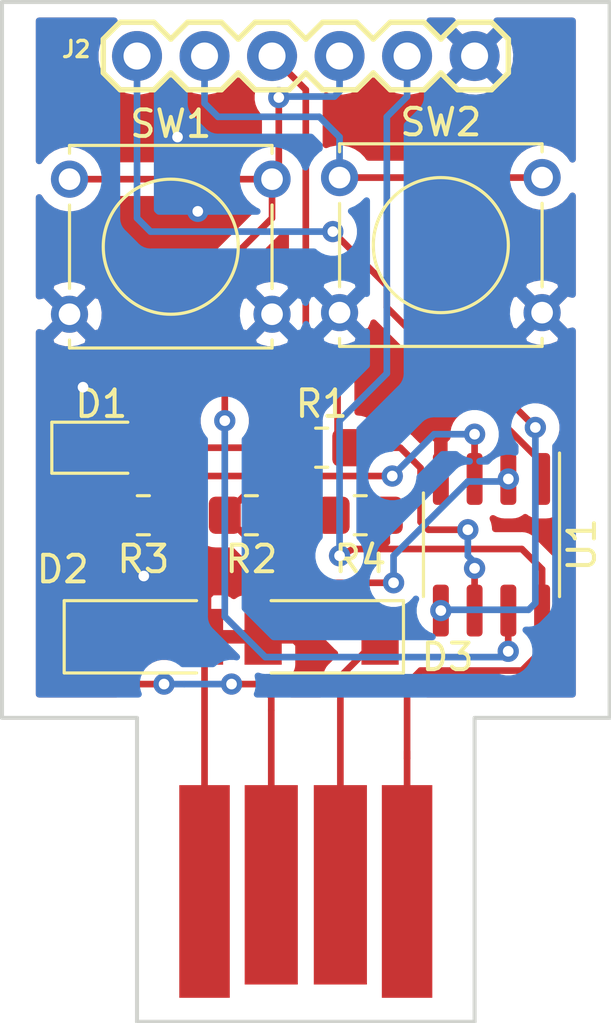
<source format=kicad_pcb>
(kicad_pcb (version 20171130) (host pcbnew "(5.1.9)-1")

  (general
    (thickness 1.6)
    (drawings 8)
    (tracks 126)
    (zones 0)
    (modules 12)
    (nets 12)
  )

  (page A4)
  (layers
    (0 F.Cu signal hide)
    (31 B.Cu signal hide)
    (32 B.Adhes user)
    (33 F.Adhes user)
    (34 B.Paste user)
    (35 F.Paste user)
    (36 B.SilkS user)
    (37 F.SilkS user)
    (38 B.Mask user)
    (39 F.Mask user)
    (40 Dwgs.User user)
    (41 Cmts.User user)
    (42 Eco1.User user)
    (43 Eco2.User user)
    (44 Edge.Cuts user)
    (45 Margin user)
    (46 B.CrtYd user)
    (47 F.CrtYd user)
    (48 B.Fab user)
    (49 F.Fab user)
  )

  (setup
    (last_trace_width 0.25)
    (trace_clearance 0.2)
    (zone_clearance 0.508)
    (zone_45_only no)
    (trace_min 0.2)
    (via_size 0.8)
    (via_drill 0.4)
    (via_min_size 0.4)
    (via_min_drill 0.3)
    (uvia_size 0.3)
    (uvia_drill 0.1)
    (uvias_allowed no)
    (uvia_min_size 0.2)
    (uvia_min_drill 0.1)
    (edge_width 0.05)
    (segment_width 0.2)
    (pcb_text_width 0.3)
    (pcb_text_size 1.5 1.5)
    (mod_edge_width 0.12)
    (mod_text_size 1 1)
    (mod_text_width 0.15)
    (pad_size 1.524 1.524)
    (pad_drill 0.762)
    (pad_to_mask_clearance 0)
    (aux_axis_origin 0 0)
    (visible_elements 7FFFFFFF)
    (pcbplotparams
      (layerselection 0x010f0_ffffffff)
      (usegerberextensions false)
      (usegerberattributes true)
      (usegerberadvancedattributes true)
      (creategerberjobfile true)
      (excludeedgelayer true)
      (linewidth 0.100000)
      (plotframeref false)
      (viasonmask false)
      (mode 1)
      (useauxorigin false)
      (hpglpennumber 1)
      (hpglpenspeed 20)
      (hpglpendiameter 15.000000)
      (psnegative false)
      (psa4output false)
      (plotreference true)
      (plotvalue true)
      (plotinvisibletext false)
      (padsonsilk false)
      (subtractmaskfromsilk false)
      (outputformat 1)
      (mirror false)
      (drillshape 0)
      (scaleselection 1)
      (outputdirectory "gerber/"))
  )

  (net 0 "")
  (net 1 GND)
  (net 2 "Net-(D1-Pad2)")
  (net 3 "Net-(D2-Pad1)")
  (net 4 "Net-(D3-Pad1)")
  (net 5 VCC)
  (net 6 "Net-(R2-Pad1)")
  (net 7 "Net-(R3-Pad1)")
  (net 8 "Net-(J2-Pad4)")
  (net 9 "Net-(J2-Pad3)")
  (net 10 "Net-(J2-Pad2)")
  (net 11 "Net-(J2-Pad1)")

  (net_class Default "This is the default net class."
    (clearance 0.2)
    (trace_width 0.25)
    (via_dia 0.8)
    (via_drill 0.4)
    (uvia_dia 0.3)
    (uvia_drill 0.1)
    (add_net GND)
    (add_net "Net-(D1-Pad2)")
    (add_net "Net-(D2-Pad1)")
    (add_net "Net-(D3-Pad1)")
    (add_net "Net-(J2-Pad1)")
    (add_net "Net-(J2-Pad2)")
    (add_net "Net-(J2-Pad3)")
    (add_net "Net-(J2-Pad4)")
    (add_net "Net-(R2-Pad1)")
    (add_net "Net-(R3-Pad1)")
    (add_net VCC)
  )

  (module Diode_SMD:D_SOD-128 (layer F.Cu) (tedit 6085522C) (tstamp 608519D5)
    (at 93.304 62.992 180)
    (descr "D_SOD-128 (CFP5 SlimSMAW), https://assets.nexperia.com/documents/outline-drawing/SOD128.pdf")
    (tags D_SOD-128)
    (path /6085FA6B)
    (attr smd)
    (fp_text reference D3 (at -4.74 -0.762) (layer F.SilkS)
      (effects (font (size 1 1) (thickness 0.15)))
    )
    (fp_text value 3V6 (at 0 2) (layer F.Fab)
      (effects (font (size 1 1) (thickness 0.15)))
    )
    (fp_line (start -3.08 -1.36) (end -3.08 1.36) (layer F.SilkS) (width 0.12))
    (fp_line (start 0.25 0) (end 0.75 0) (layer F.Fab) (width 0.1))
    (fp_line (start 0.25 0.4) (end -0.35 0) (layer F.Fab) (width 0.1))
    (fp_line (start 0.25 -0.4) (end 0.25 0.4) (layer F.Fab) (width 0.1))
    (fp_line (start -0.35 0) (end 0.25 -0.4) (layer F.Fab) (width 0.1))
    (fp_line (start -0.35 0) (end -0.35 0.55) (layer F.Fab) (width 0.1))
    (fp_line (start -0.35 0) (end -0.35 -0.55) (layer F.Fab) (width 0.1))
    (fp_line (start -0.75 0) (end -0.35 0) (layer F.Fab) (width 0.1))
    (fp_line (start -1.9 1.25) (end -1.9 -1.25) (layer F.Fab) (width 0.1))
    (fp_line (start 1.9 1.25) (end -1.9 1.25) (layer F.Fab) (width 0.1))
    (fp_line (start 1.9 -1.25) (end 1.9 1.25) (layer F.Fab) (width 0.1))
    (fp_line (start -1.9 -1.25) (end 1.9 -1.25) (layer F.Fab) (width 0.1))
    (fp_line (start -3.15 -1.5) (end 3.15 -1.5) (layer F.CrtYd) (width 0.05))
    (fp_line (start 3.15 -1.5) (end 3.15 1.5) (layer F.CrtYd) (width 0.05))
    (fp_line (start 3.15 1.5) (end -3.15 1.5) (layer F.CrtYd) (width 0.05))
    (fp_line (start -3.15 -1.5) (end -3.15 1.5) (layer F.CrtYd) (width 0.05))
    (fp_line (start -3.08 1.36) (end 1.9 1.36) (layer F.SilkS) (width 0.12))
    (fp_line (start -3.08 -1.36) (end 1.9 -1.36) (layer F.SilkS) (width 0.12))
    (fp_text user %R (at 0 -2) (layer F.Fab)
      (effects (font (size 1 1) (thickness 0.15)))
    )
    (pad 2 smd rect (at 2.2 0 180) (size 1.4 2.1) (layers F.Cu F.Paste F.Mask)
      (net 1 GND))
    (pad 1 smd rect (at -2.2 0 180) (size 1.4 2.1) (layers F.Cu F.Paste F.Mask)
      (net 4 "Net-(D3-Pad1)"))
    (model ${KISYS3DMOD}/Diode_SMD.3dshapes/D_SOD-128.wrl
      (at (xyz 0 0 0))
      (scale (xyz 1 1 1))
      (rotate (xyz 0 0 0))
    )
    (model ${KISYS3DMOD}/Diode_SMD.3dshapes/D_MiniMELF.wrl
      (at (xyz 0 0 0))
      (scale (xyz 1 1 1))
      (rotate (xyz 0 0 0))
    )
  )

  (module Diode_SMD:D_SOD-128 (layer F.Cu) (tedit 608551FA) (tstamp 60850791)
    (at 86.7 62.992)
    (descr "D_SOD-128 (CFP5 SlimSMAW), https://assets.nexperia.com/documents/outline-drawing/SOD128.pdf")
    (tags D_SOD-128)
    (path /6086082E)
    (attr smd)
    (fp_text reference D2 (at -3.134 -2.54) (layer F.SilkS)
      (effects (font (size 1 1) (thickness 0.15)))
    )
    (fp_text value 3V6 (at 0 2) (layer F.Fab)
      (effects (font (size 1 1) (thickness 0.15)))
    )
    (fp_line (start -3.08 -1.36) (end -3.08 1.36) (layer F.SilkS) (width 0.12))
    (fp_line (start 0.25 0) (end 0.75 0) (layer F.Fab) (width 0.1))
    (fp_line (start 0.25 0.4) (end -0.35 0) (layer F.Fab) (width 0.1))
    (fp_line (start 0.25 -0.4) (end 0.25 0.4) (layer F.Fab) (width 0.1))
    (fp_line (start -0.35 0) (end 0.25 -0.4) (layer F.Fab) (width 0.1))
    (fp_line (start -0.35 0) (end -0.35 0.55) (layer F.Fab) (width 0.1))
    (fp_line (start -0.35 0) (end -0.35 -0.55) (layer F.Fab) (width 0.1))
    (fp_line (start -0.75 0) (end -0.35 0) (layer F.Fab) (width 0.1))
    (fp_line (start -1.9 1.25) (end -1.9 -1.25) (layer F.Fab) (width 0.1))
    (fp_line (start 1.9 1.25) (end -1.9 1.25) (layer F.Fab) (width 0.1))
    (fp_line (start 1.9 -1.25) (end 1.9 1.25) (layer F.Fab) (width 0.1))
    (fp_line (start -1.9 -1.25) (end 1.9 -1.25) (layer F.Fab) (width 0.1))
    (fp_line (start -3.15 -1.5) (end 3.15 -1.5) (layer F.CrtYd) (width 0.05))
    (fp_line (start 3.15 -1.5) (end 3.15 1.5) (layer F.CrtYd) (width 0.05))
    (fp_line (start 3.15 1.5) (end -3.15 1.5) (layer F.CrtYd) (width 0.05))
    (fp_line (start -3.15 -1.5) (end -3.15 1.5) (layer F.CrtYd) (width 0.05))
    (fp_line (start -3.08 1.36) (end 1.9 1.36) (layer F.SilkS) (width 0.12))
    (fp_line (start -3.08 -1.36) (end 1.9 -1.36) (layer F.SilkS) (width 0.12))
    (fp_text user %R (at 0 -2) (layer F.Fab)
      (effects (font (size 1 1) (thickness 0.15)))
    )
    (pad 2 smd rect (at 2.2 0) (size 1.4 2.1) (layers F.Cu F.Paste F.Mask)
      (net 1 GND))
    (pad 1 smd rect (at -2.2 0) (size 1.4 2.1) (layers F.Cu F.Paste F.Mask)
      (net 3 "Net-(D2-Pad1)"))
    (model ${KISYS3DMOD}/Diode_SMD.3dshapes/D_SOD-128.wrl
      (at (xyz 0 0 0))
      (scale (xyz 1 1 1))
      (rotate (xyz 0 0 0))
    )
    (model ${KISYS3DMOD}/Diode_SMD.3dshapes/D_MiniMELF.wrl
      (at (xyz 0 0 0))
      (scale (xyz 1 1 1))
      (rotate (xyz 0 0 0))
    )
  )

  (module Button_Switch_THT:SW_Tactile_Straight_KSA0Axx1LFTR (layer F.Cu) (tedit 608550E2) (tstamp 60850694)
    (at 83.82 45.780001)
    (descr "SW PUSH SMALL http://www.ckswitches.com/media/1457/ksa_ksl.pdf")
    (tags "SW PUSH SMALL Tactile C&K")
    (path /60872912)
    (fp_text reference SW1 (at 3.81 -2.08) (layer F.SilkS)
      (effects (font (size 1 1) (thickness 0.15)))
    )
    (fp_text value A (at 3.81 7.28) (layer F.Fab)
      (effects (font (size 1 1) (thickness 0.15)))
    )
    (fp_circle (center 3.81 2.54) (end 3.81 0) (layer F.SilkS) (width 0.12))
    (fp_line (start 0 6.05) (end 0 6.35) (layer F.SilkS) (width 0.12))
    (fp_line (start 7.62 6.05) (end 7.62 6.35) (layer F.SilkS) (width 0.12))
    (fp_line (start 8.57 6.49) (end -0.95 6.49) (layer F.CrtYd) (width 0.05))
    (fp_line (start 8.57 6.49) (end 8.57 -1.41) (layer F.CrtYd) (width 0.05))
    (fp_line (start -0.95 -1.41) (end -0.95 6.49) (layer F.CrtYd) (width 0.05))
    (fp_line (start -0.95 -1.41) (end 8.57 -1.41) (layer F.CrtYd) (width 0.05))
    (fp_line (start 0 0.97) (end 0 4.11) (layer F.SilkS) (width 0.12))
    (fp_line (start 7.62 0.97) (end 7.62 4.11) (layer F.SilkS) (width 0.12))
    (fp_line (start 0 -1.27) (end 0 -0.97) (layer F.SilkS) (width 0.12))
    (fp_line (start 7.62 6.35) (end 0 6.35) (layer F.SilkS) (width 0.12))
    (fp_line (start 7.62 -1.27) (end 7.62 -0.97) (layer F.SilkS) (width 0.12))
    (fp_line (start 0 -1.27) (end 7.62 -1.27) (layer F.SilkS) (width 0.12))
    (fp_line (start 0.11 6.24) (end 0.11 -1.16) (layer F.Fab) (width 0.1))
    (fp_line (start 0.11 -1.16) (end 7.51 -1.16) (layer F.Fab) (width 0.1))
    (fp_line (start 7.51 -1.16) (end 7.51 6.24) (layer F.Fab) (width 0.1))
    (fp_line (start 7.51 6.24) (end 0.11 6.24) (layer F.Fab) (width 0.1))
    (fp_text user %R (at 3.81 2.54) (layer F.Fab)
      (effects (font (size 1 1) (thickness 0.15)))
    )
    (pad 2 thru_hole circle (at 0 5.08) (size 1.397 1.397) (drill 0.8128) (layers *.Cu *.Mask)
      (net 1 GND))
    (pad 1 thru_hole circle (at 0 0) (size 1.397 1.397) (drill 0.8128) (layers *.Cu *.Mask)
      (net 8 "Net-(J2-Pad4)"))
    (pad 2 thru_hole circle (at 7.62 5.08) (size 1.397 1.397) (drill 0.8128) (layers *.Cu *.Mask)
      (net 1 GND))
    (pad 1 thru_hole circle (at 7.62 0) (size 1.397 1.397) (drill 0.8128) (layers *.Cu *.Mask)
      (net 8 "Net-(J2-Pad4)"))
    (model ${KISYS3DMOD}/Button_Switch_THT.3dshapes/SW_Tactile_Straight_KSA0Axx1LFTR.wrl
      (at (xyz 0 0 0))
      (scale (xyz 1 1 1))
      (rotate (xyz 0 0 0))
    )
    (model ${KISYS3DMOD}/Button_Switch_THT.3dshapes/SW_PUSH_6mm_H9.5mm.step
      (at (xyz 0 0 0))
      (scale (xyz 1.2 1.1 1))
      (rotate (xyz 0 0 0))
    )
  )

  (module Button_Switch_THT:SW_Tactile_Straight_KSA0Axx1LFTR (layer F.Cu) (tedit 60855045) (tstamp 60851B5B)
    (at 93.98 45.72)
    (descr "SW PUSH SMALL http://www.ckswitches.com/media/1457/ksa_ksl.pdf")
    (tags "SW PUSH SMALL Tactile C&K")
    (path /6087810F)
    (fp_text reference SW2 (at 3.81 -2.08) (layer F.SilkS)
      (effects (font (size 1 1) (thickness 0.15)))
    )
    (fp_text value B (at 3.81 7.28) (layer F.Fab)
      (effects (font (size 1 1) (thickness 0.15)))
    )
    (fp_circle (center 3.81 2.54) (end 3.81 0) (layer F.SilkS) (width 0.12))
    (fp_line (start 0 6.05) (end 0 6.35) (layer F.SilkS) (width 0.12))
    (fp_line (start 7.62 6.05) (end 7.62 6.35) (layer F.SilkS) (width 0.12))
    (fp_line (start 8.57 6.49) (end -0.95 6.49) (layer F.CrtYd) (width 0.05))
    (fp_line (start 8.57 6.49) (end 8.57 -1.41) (layer F.CrtYd) (width 0.05))
    (fp_line (start -0.95 -1.41) (end -0.95 6.49) (layer F.CrtYd) (width 0.05))
    (fp_line (start -0.95 -1.41) (end 8.57 -1.41) (layer F.CrtYd) (width 0.05))
    (fp_line (start 0 0.97) (end 0 4.11) (layer F.SilkS) (width 0.12))
    (fp_line (start 7.62 0.97) (end 7.62 4.11) (layer F.SilkS) (width 0.12))
    (fp_line (start 0 -1.27) (end 0 -0.97) (layer F.SilkS) (width 0.12))
    (fp_line (start 7.62 6.35) (end 0 6.35) (layer F.SilkS) (width 0.12))
    (fp_line (start 7.62 -1.27) (end 7.62 -0.97) (layer F.SilkS) (width 0.12))
    (fp_line (start 0 -1.27) (end 7.62 -1.27) (layer F.SilkS) (width 0.12))
    (fp_line (start 0.11 6.24) (end 0.11 -1.16) (layer F.Fab) (width 0.1))
    (fp_line (start 0.11 -1.16) (end 7.51 -1.16) (layer F.Fab) (width 0.1))
    (fp_line (start 7.51 -1.16) (end 7.51 6.24) (layer F.Fab) (width 0.1))
    (fp_line (start 7.51 6.24) (end 0.11 6.24) (layer F.Fab) (width 0.1))
    (fp_text user %R (at 3.81 2.54) (layer F.Fab)
      (effects (font (size 1 1) (thickness 0.15)))
    )
    (pad 2 thru_hole circle (at 0 5.08) (size 1.397 1.397) (drill 0.8128) (layers *.Cu *.Mask)
      (net 1 GND))
    (pad 1 thru_hole circle (at 0 0) (size 1.397 1.397) (drill 0.8128) (layers *.Cu *.Mask)
      (net 10 "Net-(J2-Pad2)"))
    (pad 2 thru_hole circle (at 7.62 5.08) (size 1.397 1.397) (drill 0.8128) (layers *.Cu *.Mask)
      (net 1 GND))
    (pad 1 thru_hole circle (at 7.62 0) (size 1.397 1.397) (drill 0.8128) (layers *.Cu *.Mask)
      (net 10 "Net-(J2-Pad2)"))
    (model ${KISYS3DMOD}/Button_Switch_THT.3dshapes/SW_Tactile_Straight_KSA0Axx1LFTR.wrl
      (at (xyz 0 0 0))
      (scale (xyz 1 1 1))
      (rotate (xyz 0 0 0))
    )
    (model ${KISYS3DMOD}/Button_Switch_THT.3dshapes/SW_PUSH_6mm_H9.5mm.wrl
      (at (xyz 0 0 0))
      (scale (xyz 1.2 1.1 1))
      (rotate (xyz 0 0 0))
    )
  )

  (module Package_SO:SOIC-8_3.9x4.9mm_P1.27mm (layer F.Cu) (tedit 5D9F72B1) (tstamp 60851C81)
    (at 99.695 59.53 270)
    (descr "SOIC, 8 Pin (JEDEC MS-012AA, https://www.analog.com/media/en/package-pcb-resources/package/pkg_pdf/soic_narrow-r/r_8.pdf), generated with kicad-footprint-generator ipc_gullwing_generator.py")
    (tags "SOIC SO")
    (path /608558E4)
    (attr smd)
    (fp_text reference U1 (at 0 -3.4 90) (layer F.SilkS)
      (effects (font (size 1 1) (thickness 0.15)))
    )
    (fp_text value ATtiny85-20SU (at 0 3.4 90) (layer F.Fab)
      (effects (font (size 1 1) (thickness 0.15)))
    )
    (fp_line (start 0 2.56) (end 1.95 2.56) (layer F.SilkS) (width 0.12))
    (fp_line (start 0 2.56) (end -1.95 2.56) (layer F.SilkS) (width 0.12))
    (fp_line (start 0 -2.56) (end 1.95 -2.56) (layer F.SilkS) (width 0.12))
    (fp_line (start 0 -2.56) (end -3.45 -2.56) (layer F.SilkS) (width 0.12))
    (fp_line (start -0.975 -2.45) (end 1.95 -2.45) (layer F.Fab) (width 0.1))
    (fp_line (start 1.95 -2.45) (end 1.95 2.45) (layer F.Fab) (width 0.1))
    (fp_line (start 1.95 2.45) (end -1.95 2.45) (layer F.Fab) (width 0.1))
    (fp_line (start -1.95 2.45) (end -1.95 -1.475) (layer F.Fab) (width 0.1))
    (fp_line (start -1.95 -1.475) (end -0.975 -2.45) (layer F.Fab) (width 0.1))
    (fp_line (start -3.7 -2.7) (end -3.7 2.7) (layer F.CrtYd) (width 0.05))
    (fp_line (start -3.7 2.7) (end 3.7 2.7) (layer F.CrtYd) (width 0.05))
    (fp_line (start 3.7 2.7) (end 3.7 -2.7) (layer F.CrtYd) (width 0.05))
    (fp_line (start 3.7 -2.7) (end -3.7 -2.7) (layer F.CrtYd) (width 0.05))
    (fp_text user %R (at 0 0 90) (layer F.Fab)
      (effects (font (size 0.98 0.98) (thickness 0.15)))
    )
    (pad 8 smd roundrect (at 2.475 -1.905 270) (size 1.95 0.6) (layers F.Cu F.Paste F.Mask) (roundrect_rratio 0.25)
      (net 5 VCC))
    (pad 7 smd roundrect (at 2.475 -0.635 270) (size 1.95 0.6) (layers F.Cu F.Paste F.Mask) (roundrect_rratio 0.25)
      (net 8 "Net-(J2-Pad4)"))
    (pad 6 smd roundrect (at 2.475 0.635 270) (size 1.95 0.6) (layers F.Cu F.Paste F.Mask) (roundrect_rratio 0.25)
      (net 9 "Net-(J2-Pad3)"))
    (pad 5 smd roundrect (at 2.475 1.905 270) (size 1.95 0.6) (layers F.Cu F.Paste F.Mask) (roundrect_rratio 0.25)
      (net 10 "Net-(J2-Pad2)"))
    (pad 4 smd roundrect (at -2.475 1.905 270) (size 1.95 0.6) (layers F.Cu F.Paste F.Mask) (roundrect_rratio 0.25)
      (net 1 GND))
    (pad 3 smd roundrect (at -2.475 0.635 270) (size 1.95 0.6) (layers F.Cu F.Paste F.Mask) (roundrect_rratio 0.25)
      (net 7 "Net-(R3-Pad1)"))
    (pad 2 smd roundrect (at -2.475 -0.635 270) (size 1.95 0.6) (layers F.Cu F.Paste F.Mask) (roundrect_rratio 0.25)
      (net 6 "Net-(R2-Pad1)"))
    (pad 1 smd roundrect (at -2.475 -1.905 270) (size 1.95 0.6) (layers F.Cu F.Paste F.Mask) (roundrect_rratio 0.25)
      (net 11 "Net-(J2-Pad1)"))
    (model ${KISYS3DMOD}/Package_SO.3dshapes/SOIC-8_3.9x4.9mm_P1.27mm.wrl
      (at (xyz 0 0 0))
      (scale (xyz 1 1 1))
      (rotate (xyz 0 0 0))
    )
  )

  (module Resistor_SMD:R_0805_2012Metric_Pad1.20x1.40mm_HandSolder (layer F.Cu) (tedit 5F68FEEE) (tstamp 60850F71)
    (at 86.598 58.42 180)
    (descr "Resistor SMD 0805 (2012 Metric), square (rectangular) end terminal, IPC_7351 nominal with elongated pad for handsoldering. (Body size source: IPC-SM-782 page 72, https://www.pcb-3d.com/wordpress/wp-content/uploads/ipc-sm-782a_amendment_1_and_2.pdf), generated with kicad-footprint-generator")
    (tags "resistor handsolder")
    (path /60858241)
    (attr smd)
    (fp_text reference R3 (at 0 -1.65) (layer F.SilkS)
      (effects (font (size 1 1) (thickness 0.15)))
    )
    (fp_text value 68R (at 0 1.65) (layer F.Fab)
      (effects (font (size 1 1) (thickness 0.15)))
    )
    (fp_line (start -1 0.625) (end -1 -0.625) (layer F.Fab) (width 0.1))
    (fp_line (start -1 -0.625) (end 1 -0.625) (layer F.Fab) (width 0.1))
    (fp_line (start 1 -0.625) (end 1 0.625) (layer F.Fab) (width 0.1))
    (fp_line (start 1 0.625) (end -1 0.625) (layer F.Fab) (width 0.1))
    (fp_line (start -0.227064 -0.735) (end 0.227064 -0.735) (layer F.SilkS) (width 0.12))
    (fp_line (start -0.227064 0.735) (end 0.227064 0.735) (layer F.SilkS) (width 0.12))
    (fp_line (start -1.85 0.95) (end -1.85 -0.95) (layer F.CrtYd) (width 0.05))
    (fp_line (start -1.85 -0.95) (end 1.85 -0.95) (layer F.CrtYd) (width 0.05))
    (fp_line (start 1.85 -0.95) (end 1.85 0.95) (layer F.CrtYd) (width 0.05))
    (fp_line (start 1.85 0.95) (end -1.85 0.95) (layer F.CrtYd) (width 0.05))
    (fp_text user %R (at 0 0) (layer F.Fab)
      (effects (font (size 0.5 0.5) (thickness 0.08)))
    )
    (pad 2 smd roundrect (at 1 0 180) (size 1.2 1.4) (layers F.Cu F.Paste F.Mask) (roundrect_rratio 0.208333)
      (net 3 "Net-(D2-Pad1)"))
    (pad 1 smd roundrect (at -1 0 180) (size 1.2 1.4) (layers F.Cu F.Paste F.Mask) (roundrect_rratio 0.208333)
      (net 7 "Net-(R3-Pad1)"))
    (model ${KISYS3DMOD}/Resistor_SMD.3dshapes/R_0805_2012Metric.wrl
      (at (xyz 0 0 0))
      (scale (xyz 1 1 1))
      (rotate (xyz 0 0 0))
    )
  )

  (module Resistor_SMD:R_0805_2012Metric_Pad1.20x1.40mm_HandSolder (layer F.Cu) (tedit 5F68FEEE) (tstamp 60850F82)
    (at 94.758 58.42 180)
    (descr "Resistor SMD 0805 (2012 Metric), square (rectangular) end terminal, IPC_7351 nominal with elongated pad for handsoldering. (Body size source: IPC-SM-782 page 72, https://www.pcb-3d.com/wordpress/wp-content/uploads/ipc-sm-782a_amendment_1_and_2.pdf), generated with kicad-footprint-generator")
    (tags "resistor handsolder")
    (path /6085D8E8)
    (attr smd)
    (fp_text reference R4 (at 0 -1.65) (layer F.SilkS)
      (effects (font (size 1 1) (thickness 0.15)))
    )
    (fp_text value 1K5 (at 0 1.65) (layer F.Fab)
      (effects (font (size 1 1) (thickness 0.15)))
    )
    (fp_line (start -1 0.625) (end -1 -0.625) (layer F.Fab) (width 0.1))
    (fp_line (start -1 -0.625) (end 1 -0.625) (layer F.Fab) (width 0.1))
    (fp_line (start 1 -0.625) (end 1 0.625) (layer F.Fab) (width 0.1))
    (fp_line (start 1 0.625) (end -1 0.625) (layer F.Fab) (width 0.1))
    (fp_line (start -0.227064 -0.735) (end 0.227064 -0.735) (layer F.SilkS) (width 0.12))
    (fp_line (start -0.227064 0.735) (end 0.227064 0.735) (layer F.SilkS) (width 0.12))
    (fp_line (start -1.85 0.95) (end -1.85 -0.95) (layer F.CrtYd) (width 0.05))
    (fp_line (start -1.85 -0.95) (end 1.85 -0.95) (layer F.CrtYd) (width 0.05))
    (fp_line (start 1.85 -0.95) (end 1.85 0.95) (layer F.CrtYd) (width 0.05))
    (fp_line (start 1.85 0.95) (end -1.85 0.95) (layer F.CrtYd) (width 0.05))
    (fp_text user %R (at 0 0) (layer F.Fab)
      (effects (font (size 0.5 0.5) (thickness 0.08)))
    )
    (pad 2 smd roundrect (at 1 0 180) (size 1.2 1.4) (layers F.Cu F.Paste F.Mask) (roundrect_rratio 0.208333)
      (net 4 "Net-(D3-Pad1)"))
    (pad 1 smd roundrect (at -1 0 180) (size 1.2 1.4) (layers F.Cu F.Paste F.Mask) (roundrect_rratio 0.208333)
      (net 5 VCC))
    (model ${KISYS3DMOD}/Resistor_SMD.3dshapes/R_0805_2012Metric.wrl
      (at (xyz 0 0 0))
      (scale (xyz 1 1 1))
      (rotate (xyz 0 0 0))
    )
  )

  (module Resistor_SMD:R_0805_2012Metric_Pad1.20x1.40mm_HandSolder (layer F.Cu) (tedit 5F68FEEE) (tstamp 60850F60)
    (at 90.662 58.42 180)
    (descr "Resistor SMD 0805 (2012 Metric), square (rectangular) end terminal, IPC_7351 nominal with elongated pad for handsoldering. (Body size source: IPC-SM-782 page 72, https://www.pcb-3d.com/wordpress/wp-content/uploads/ipc-sm-782a_amendment_1_and_2.pdf), generated with kicad-footprint-generator")
    (tags "resistor handsolder")
    (path /60856623)
    (attr smd)
    (fp_text reference R2 (at 0 -1.65) (layer F.SilkS)
      (effects (font (size 1 1) (thickness 0.15)))
    )
    (fp_text value 68R (at 0 1.65) (layer F.Fab)
      (effects (font (size 1 1) (thickness 0.15)))
    )
    (fp_line (start -1 0.625) (end -1 -0.625) (layer F.Fab) (width 0.1))
    (fp_line (start -1 -0.625) (end 1 -0.625) (layer F.Fab) (width 0.1))
    (fp_line (start 1 -0.625) (end 1 0.625) (layer F.Fab) (width 0.1))
    (fp_line (start 1 0.625) (end -1 0.625) (layer F.Fab) (width 0.1))
    (fp_line (start -0.227064 -0.735) (end 0.227064 -0.735) (layer F.SilkS) (width 0.12))
    (fp_line (start -0.227064 0.735) (end 0.227064 0.735) (layer F.SilkS) (width 0.12))
    (fp_line (start -1.85 0.95) (end -1.85 -0.95) (layer F.CrtYd) (width 0.05))
    (fp_line (start -1.85 -0.95) (end 1.85 -0.95) (layer F.CrtYd) (width 0.05))
    (fp_line (start 1.85 -0.95) (end 1.85 0.95) (layer F.CrtYd) (width 0.05))
    (fp_line (start 1.85 0.95) (end -1.85 0.95) (layer F.CrtYd) (width 0.05))
    (fp_text user %R (at 0 0) (layer F.Fab)
      (effects (font (size 0.5 0.5) (thickness 0.08)))
    )
    (pad 2 smd roundrect (at 1 0 180) (size 1.2 1.4) (layers F.Cu F.Paste F.Mask) (roundrect_rratio 0.208333)
      (net 4 "Net-(D3-Pad1)"))
    (pad 1 smd roundrect (at -1 0 180) (size 1.2 1.4) (layers F.Cu F.Paste F.Mask) (roundrect_rratio 0.208333)
      (net 6 "Net-(R2-Pad1)"))
    (model ${KISYS3DMOD}/Resistor_SMD.3dshapes/R_0805_2012Metric.wrl
      (at (xyz 0 0 0))
      (scale (xyz 1 1 1))
      (rotate (xyz 0 0 0))
    )
  )

  (module Resistor_SMD:R_0805_2012Metric_Pad1.20x1.40mm_HandSolder (layer F.Cu) (tedit 5F68FEEE) (tstamp 60851DBB)
    (at 93.3075 55.88)
    (descr "Resistor SMD 0805 (2012 Metric), square (rectangular) end terminal, IPC_7351 nominal with elongated pad for handsoldering. (Body size source: IPC-SM-782 page 72, https://www.pcb-3d.com/wordpress/wp-content/uploads/ipc-sm-782a_amendment_1_and_2.pdf), generated with kicad-footprint-generator")
    (tags "resistor handsolder")
    (path /60868302)
    (attr smd)
    (fp_text reference R1 (at 0 -1.65) (layer F.SilkS)
      (effects (font (size 1 1) (thickness 0.15)))
    )
    (fp_text value 470 (at 0 1.65) (layer F.Fab)
      (effects (font (size 1 1) (thickness 0.15)))
    )
    (fp_line (start -1 0.625) (end -1 -0.625) (layer F.Fab) (width 0.1))
    (fp_line (start -1 -0.625) (end 1 -0.625) (layer F.Fab) (width 0.1))
    (fp_line (start 1 -0.625) (end 1 0.625) (layer F.Fab) (width 0.1))
    (fp_line (start 1 0.625) (end -1 0.625) (layer F.Fab) (width 0.1))
    (fp_line (start -0.227064 -0.735) (end 0.227064 -0.735) (layer F.SilkS) (width 0.12))
    (fp_line (start -0.227064 0.735) (end 0.227064 0.735) (layer F.SilkS) (width 0.12))
    (fp_line (start -1.85 0.95) (end -1.85 -0.95) (layer F.CrtYd) (width 0.05))
    (fp_line (start -1.85 -0.95) (end 1.85 -0.95) (layer F.CrtYd) (width 0.05))
    (fp_line (start 1.85 -0.95) (end 1.85 0.95) (layer F.CrtYd) (width 0.05))
    (fp_line (start 1.85 0.95) (end -1.85 0.95) (layer F.CrtYd) (width 0.05))
    (fp_text user %R (at 0 0) (layer F.Fab)
      (effects (font (size 0.5 0.5) (thickness 0.08)))
    )
    (pad 2 smd roundrect (at 1 0) (size 1.2 1.4) (layers F.Cu F.Paste F.Mask) (roundrect_rratio 0.208333)
      (net 9 "Net-(J2-Pad3)"))
    (pad 1 smd roundrect (at -1 0) (size 1.2 1.4) (layers F.Cu F.Paste F.Mask) (roundrect_rratio 0.208333)
      (net 2 "Net-(D1-Pad2)"))
    (model ${KISYS3DMOD}/Resistor_SMD.3dshapes/R_0805_2012Metric.wrl
      (at (xyz 0 0 0))
      (scale (xyz 1 1 1))
      (rotate (xyz 0 0 0))
    )
  )

  (module LED_SMD:LED_0805_2012Metric_Pad1.15x1.40mm_HandSolder (layer F.Cu) (tedit 5F68FEF1) (tstamp 60852264)
    (at 85.0145 55.88)
    (descr "LED SMD 0805 (2012 Metric), square (rectangular) end terminal, IPC_7351 nominal, (Body size source: https://docs.google.com/spreadsheets/d/1BsfQQcO9C6DZCsRaXUlFlo91Tg2WpOkGARC1WS5S8t0/edit?usp=sharing), generated with kicad-footprint-generator")
    (tags "LED handsolder")
    (path /608653BE)
    (attr smd)
    (fp_text reference D1 (at 0 -1.65) (layer F.SilkS)
      (effects (font (size 1 1) (thickness 0.15)))
    )
    (fp_text value LED (at 0 1.65) (layer F.Fab)
      (effects (font (size 1 1) (thickness 0.15)))
    )
    (fp_line (start 1 -0.6) (end -0.7 -0.6) (layer F.Fab) (width 0.1))
    (fp_line (start -0.7 -0.6) (end -1 -0.3) (layer F.Fab) (width 0.1))
    (fp_line (start -1 -0.3) (end -1 0.6) (layer F.Fab) (width 0.1))
    (fp_line (start -1 0.6) (end 1 0.6) (layer F.Fab) (width 0.1))
    (fp_line (start 1 0.6) (end 1 -0.6) (layer F.Fab) (width 0.1))
    (fp_line (start 1 -0.96) (end -1.86 -0.96) (layer F.SilkS) (width 0.12))
    (fp_line (start -1.86 -0.96) (end -1.86 0.96) (layer F.SilkS) (width 0.12))
    (fp_line (start -1.86 0.96) (end 1 0.96) (layer F.SilkS) (width 0.12))
    (fp_line (start -1.85 0.95) (end -1.85 -0.95) (layer F.CrtYd) (width 0.05))
    (fp_line (start -1.85 -0.95) (end 1.85 -0.95) (layer F.CrtYd) (width 0.05))
    (fp_line (start 1.85 -0.95) (end 1.85 0.95) (layer F.CrtYd) (width 0.05))
    (fp_line (start 1.85 0.95) (end -1.85 0.95) (layer F.CrtYd) (width 0.05))
    (fp_text user %R (at 0 0) (layer F.Fab)
      (effects (font (size 0.5 0.5) (thickness 0.08)))
    )
    (pad 2 smd roundrect (at 1.025 0) (size 1.15 1.4) (layers F.Cu F.Paste F.Mask) (roundrect_rratio 0.217391)
      (net 2 "Net-(D1-Pad2)"))
    (pad 1 smd roundrect (at -1.025 0) (size 1.15 1.4) (layers F.Cu F.Paste F.Mask) (roundrect_rratio 0.217391)
      (net 1 GND))
    (model ${KISYS3DMOD}/LED_SMD.3dshapes/LED_0805_2012Metric.wrl
      (at (xyz 0 0 0))
      (scale (xyz 1 1 1))
      (rotate (xyz 0 0 0))
    )
  )

  (module Connectors:1X06 (layer F.Cu) (tedit 5963D43D) (tstamp 60852BDB)
    (at 86.36 41.148)
    (descr "PLATED THROUGH HOLE - 6 PIN")
    (tags "PLATED THROUGH HOLE - 6 PIN")
    (path /608A5121)
    (attr virtual)
    (fp_text reference J2 (at -2.286 -0.254) (layer F.SilkS)
      (effects (font (size 0.6096 0.6096) (thickness 0.127)))
    )
    (fp_text value JST_6_PIN_VERTICAL (at 0 1.905) (layer F.SilkS) hide
      (effects (font (size 0.6096 0.6096) (thickness 0.127)))
    )
    (fp_line (start 11.43 -0.635) (end 12.065 -1.27) (layer F.SilkS) (width 0.2032))
    (fp_line (start 12.065 -1.27) (end 13.335 -1.27) (layer F.SilkS) (width 0.2032))
    (fp_line (start 13.335 -1.27) (end 13.97 -0.635) (layer F.SilkS) (width 0.2032))
    (fp_line (start 13.97 0.635) (end 13.335 1.27) (layer F.SilkS) (width 0.2032))
    (fp_line (start 13.335 1.27) (end 12.065 1.27) (layer F.SilkS) (width 0.2032))
    (fp_line (start 12.065 1.27) (end 11.43 0.635) (layer F.SilkS) (width 0.2032))
    (fp_line (start 6.985 -1.27) (end 8.255 -1.27) (layer F.SilkS) (width 0.2032))
    (fp_line (start 8.255 -1.27) (end 8.89 -0.635) (layer F.SilkS) (width 0.2032))
    (fp_line (start 8.89 0.635) (end 8.255 1.27) (layer F.SilkS) (width 0.2032))
    (fp_line (start 8.89 -0.635) (end 9.525 -1.27) (layer F.SilkS) (width 0.2032))
    (fp_line (start 9.525 -1.27) (end 10.795 -1.27) (layer F.SilkS) (width 0.2032))
    (fp_line (start 10.795 -1.27) (end 11.43 -0.635) (layer F.SilkS) (width 0.2032))
    (fp_line (start 11.43 0.635) (end 10.795 1.27) (layer F.SilkS) (width 0.2032))
    (fp_line (start 10.795 1.27) (end 9.525 1.27) (layer F.SilkS) (width 0.2032))
    (fp_line (start 9.525 1.27) (end 8.89 0.635) (layer F.SilkS) (width 0.2032))
    (fp_line (start 3.81 -0.635) (end 4.445 -1.27) (layer F.SilkS) (width 0.2032))
    (fp_line (start 4.445 -1.27) (end 5.715 -1.27) (layer F.SilkS) (width 0.2032))
    (fp_line (start 5.715 -1.27) (end 6.35 -0.635) (layer F.SilkS) (width 0.2032))
    (fp_line (start 6.35 0.635) (end 5.715 1.27) (layer F.SilkS) (width 0.2032))
    (fp_line (start 5.715 1.27) (end 4.445 1.27) (layer F.SilkS) (width 0.2032))
    (fp_line (start 4.445 1.27) (end 3.81 0.635) (layer F.SilkS) (width 0.2032))
    (fp_line (start 6.985 -1.27) (end 6.35 -0.635) (layer F.SilkS) (width 0.2032))
    (fp_line (start 6.35 0.635) (end 6.985 1.27) (layer F.SilkS) (width 0.2032))
    (fp_line (start 8.255 1.27) (end 6.985 1.27) (layer F.SilkS) (width 0.2032))
    (fp_line (start -0.635 -1.27) (end 0.635 -1.27) (layer F.SilkS) (width 0.2032))
    (fp_line (start 0.635 -1.27) (end 1.27 -0.635) (layer F.SilkS) (width 0.2032))
    (fp_line (start 1.27 0.635) (end 0.635 1.27) (layer F.SilkS) (width 0.2032))
    (fp_line (start 1.27 -0.635) (end 1.905 -1.27) (layer F.SilkS) (width 0.2032))
    (fp_line (start 1.905 -1.27) (end 3.175 -1.27) (layer F.SilkS) (width 0.2032))
    (fp_line (start 3.175 -1.27) (end 3.81 -0.635) (layer F.SilkS) (width 0.2032))
    (fp_line (start 3.81 0.635) (end 3.175 1.27) (layer F.SilkS) (width 0.2032))
    (fp_line (start 3.175 1.27) (end 1.905 1.27) (layer F.SilkS) (width 0.2032))
    (fp_line (start 1.905 1.27) (end 1.27 0.635) (layer F.SilkS) (width 0.2032))
    (fp_line (start -1.27 -0.635) (end -1.27 0.635) (layer F.SilkS) (width 0.2032))
    (fp_line (start -0.635 -1.27) (end -1.27 -0.635) (layer F.SilkS) (width 0.2032))
    (fp_line (start -1.27 0.635) (end -0.635 1.27) (layer F.SilkS) (width 0.2032))
    (fp_line (start 0.635 1.27) (end -0.635 1.27) (layer F.SilkS) (width 0.2032))
    (fp_line (start 13.97 -0.635) (end 13.97 0.635) (layer F.SilkS) (width 0.2032))
    (pad 6 thru_hole circle (at 12.7 0) (size 1.8796 1.8796) (drill 1.016) (layers *.Cu *.Mask)
      (net 1 GND) (solder_mask_margin 0.1016))
    (pad 5 thru_hole circle (at 10.16 0) (size 1.8796 1.8796) (drill 1.016) (layers *.Cu *.Mask)
      (net 5 VCC) (solder_mask_margin 0.1016))
    (pad 4 thru_hole circle (at 7.62 0) (size 1.8796 1.8796) (drill 1.016) (layers *.Cu *.Mask)
      (net 8 "Net-(J2-Pad4)") (solder_mask_margin 0.1016))
    (pad 3 thru_hole circle (at 5.08 0) (size 1.8796 1.8796) (drill 1.016) (layers *.Cu *.Mask)
      (net 9 "Net-(J2-Pad3)") (solder_mask_margin 0.1016))
    (pad 2 thru_hole circle (at 2.54 0) (size 1.8796 1.8796) (drill 1.016) (layers *.Cu *.Mask)
      (net 10 "Net-(J2-Pad2)") (solder_mask_margin 0.1016))
    (pad 1 thru_hole circle (at 0 0) (size 1.8796 1.8796) (drill 1.016) (layers *.Cu *.Mask)
      (net 11 "Net-(J2-Pad1)") (solder_mask_margin 0.1016))
  )

  (module PwdToken:usb-PCB (layer F.Cu) (tedit 542BB0AF) (tstamp 60850628)
    (at 92.71 77.47)
    (path /60853ED1)
    (attr virtual)
    (fp_text reference J1 (at 0.13 -7.85) (layer F.SilkS) hide
      (effects (font (size 1.5 1.5) (thickness 0.15)))
    )
    (fp_text value USB_A_PCB (at 0.29 -10.13) (layer F.SilkS) hide
      (effects (font (size 1.5 1.5) (thickness 0.15)))
    )
    (fp_line (start -6.03 0) (end -6.03 -12) (layer Dwgs.User) (width 0.15))
    (fp_line (start 6.03 0) (end -6.03 0) (layer Dwgs.User) (width 0.15))
    (fp_line (start 6.03 0) (end 6.03 -12) (layer Dwgs.User) (width 0.15))
    (pad 2 connect rect (at 1.3 -5.15) (size 2 7.5) (layers F.Cu F.Mask)
      (net 4 "Net-(D3-Pad1)"))
    (pad 3 connect rect (at -1.3 -5.15) (size 2 7.5) (layers F.Cu F.Mask)
      (net 3 "Net-(D2-Pad1)"))
    (pad 4 connect rect (at -3.81 -4.9) (size 1.9 8) (layers F.Cu F.Mask)
      (net 1 GND))
    (pad 1 connect rect (at 3.81 -4.9) (size 1.9 8) (layers F.Cu F.Mask)
      (net 5 VCC))
  )

  (gr_line (start 81.28 39.116) (end 104.14 39.116) (layer Edge.Cuts) (width 0.15) (tstamp 60851F53))
  (gr_line (start 81.28 66.04) (end 81.28 39.116) (layer Edge.Cuts) (width 0.15))
  (gr_line (start 86.36 66.04) (end 81.28 66.04) (layer Edge.Cuts) (width 0.15))
  (gr_line (start 86.36 77.47) (end 86.36 66.04) (layer Edge.Cuts) (width 0.15))
  (gr_line (start 99.06 77.47) (end 86.36 77.47) (layer Edge.Cuts) (width 0.15) (tstamp 6085205A))
  (gr_line (start 104.14 66.04) (end 104.14 39.116) (layer Edge.Cuts) (width 0.15))
  (gr_line (start 99.06 66.04) (end 104.14 66.04) (layer Edge.Cuts) (width 0.15))
  (gr_line (start 99.06 77.47) (end 99.06 66.04) (layer Edge.Cuts) (width 0.15))

  (segment (start 84.607 55.88) (end 84.582 55.88) (width 0.25) (layer F.Cu) (net 1))
  (segment (start 84.607 55.88) (end 84.05398 55.88) (width 0.25) (layer F.Cu) (net 1))
  (segment (start 84.05398 55.88) (end 83.80999 55.63601) (width 0.25) (layer F.Cu) (net 1))
  (segment (start 88.9 72.57) (end 88.9 62.992) (width 0.25) (layer F.Cu) (net 1))
  (via (at 84.328 53.60401) (size 0.8) (drill 0.4) (layers F.Cu B.Cu) (net 1))
  (via (at 86.614 60.706) (size 0.8) (drill 0.4) (layers F.Cu B.Cu) (net 1))
  (via (at 88.646 46.99) (size 0.8) (drill 0.4) (layers F.Cu B.Cu) (net 1))
  (via (at 87.884 44.196) (size 0.8) (drill 0.4) (layers F.Cu B.Cu) (net 1))
  (segment (start 85.422 55.88) (end 92.71 55.88) (width 0.25) (layer F.Cu) (net 2))
  (segment (start 91.41 65.756) (end 91.41 72.32) (width 0.25) (layer F.Cu) (net 3))
  (segment (start 91.41 65.756) (end 91.41 65.248) (width 0.25) (layer F.Cu) (net 3))
  (segment (start 91.41 65.248) (end 90.932 64.77) (width 0.25) (layer F.Cu) (net 3))
  (via (at 89.916 64.77) (size 0.8) (drill 0.4) (layers F.Cu B.Cu) (net 3))
  (segment (start 90.932 64.77) (end 89.916 64.77) (width 0.25) (layer F.Cu) (net 3))
  (segment (start 89.916 64.77) (end 88.138 64.77) (width 0.25) (layer B.Cu) (net 3))
  (via (at 87.376 64.77) (size 0.8) (drill 0.4) (layers F.Cu B.Cu) (net 3))
  (segment (start 88.138 64.77) (end 87.376 64.77) (width 0.25) (layer B.Cu) (net 3))
  (segment (start 86.278 64.77) (end 84.5 62.992) (width 0.25) (layer F.Cu) (net 3))
  (segment (start 87.376 64.77) (end 86.278 64.77) (width 0.25) (layer F.Cu) (net 3))
  (segment (start 84.5 59.518) (end 85.598 58.42) (width 0.25) (layer F.Cu) (net 3))
  (segment (start 84.5 62.992) (end 84.5 59.518) (width 0.25) (layer F.Cu) (net 3))
  (segment (start 94.234 62.992) (end 95.504 62.992) (width 0.25) (layer F.Cu) (net 4))
  (segment (start 89.662 58.42) (end 94.234 62.992) (width 0.25) (layer F.Cu) (net 4))
  (segment (start 94.01 64.486) (end 95.504 62.992) (width 0.25) (layer F.Cu) (net 4))
  (segment (start 94.01 72.32) (end 94.01 64.486) (width 0.25) (layer F.Cu) (net 4))
  (segment (start 90.68701 57.39499) (end 89.662 58.42) (width 0.25) (layer F.Cu) (net 4))
  (segment (start 92.73299 57.39499) (end 90.68701 57.39499) (width 0.25) (layer F.Cu) (net 4))
  (segment (start 93.758 58.42) (end 92.73299 57.39499) (width 0.25) (layer F.Cu) (net 4))
  (via (at 93.98 59.944) (size 0.8) (drill 0.4) (layers F.Cu B.Cu) (net 5))
  (segment (start 94.488 59.69) (end 93.98 59.944) (width 0.25) (layer F.Cu) (net 5))
  (segment (start 101.6 60.452) (end 100.838 59.69) (width 0.25) (layer F.Cu) (net 5))
  (segment (start 101.6 62.005) (end 101.6 60.452) (width 0.25) (layer F.Cu) (net 5))
  (segment (start 93.98 54.864) (end 93.98 59.944) (width 0.25) (layer B.Cu) (net 5))
  (segment (start 95.758 53.086) (end 93.98 54.864) (width 0.25) (layer B.Cu) (net 5))
  (segment (start 95.758 43.434) (end 95.758 53.086) (width 0.25) (layer B.Cu) (net 5))
  (segment (start 96.52 42.672) (end 95.758 43.434) (width 0.25) (layer B.Cu) (net 5))
  (segment (start 96.52 41.148) (end 96.52 42.672) (width 0.25) (layer B.Cu) (net 5))
  (segment (start 95.758 59.436) (end 95.504 59.69) (width 0.25) (layer F.Cu) (net 5))
  (segment (start 95.758 58.42) (end 95.758 59.436) (width 0.25) (layer F.Cu) (net 5))
  (segment (start 95.504 59.69) (end 94.488 59.69) (width 0.25) (layer F.Cu) (net 5))
  (segment (start 100.838 59.69) (end 95.504 59.69) (width 0.25) (layer F.Cu) (net 5))
  (segment (start 101.6 62.005) (end 101.6 63.5) (width 0.25) (layer F.Cu) (net 5))
  (segment (start 101.6 63.5) (end 100.838 64.262) (width 0.25) (layer F.Cu) (net 5))
  (segment (start 100.838 64.262) (end 97.028 64.262) (width 0.25) (layer F.Cu) (net 5))
  (segment (start 97.028 64.262) (end 96.52 64.77) (width 0.25) (layer F.Cu) (net 5))
  (segment (start 96.52 64.77) (end 96.52 67.564) (width 0.25) (layer F.Cu) (net 5))
  (segment (start 96.52 67.564) (end 96.52 72.57) (width 0.25) (layer F.Cu) (net 5))
  (segment (start 96.52 67.31) (end 96.52 67.564) (width 0.25) (layer F.Cu) (net 5))
  (segment (start 91.662 59.12) (end 93.502 60.96) (width 0.25) (layer F.Cu) (net 6))
  (segment (start 91.662 58.42) (end 91.662 59.12) (width 0.25) (layer F.Cu) (net 6))
  (segment (start 93.502 60.96) (end 96.012 60.96) (width 0.25) (layer F.Cu) (net 6))
  (via (at 96.012 60.96) (size 0.8) (drill 0.4) (layers F.Cu B.Cu) (net 6))
  (segment (start 96.012 60.96) (end 96.012 59.944) (width 0.25) (layer B.Cu) (net 6))
  (segment (start 96.012 59.944) (end 98.806 57.15) (width 0.25) (layer B.Cu) (net 6))
  (via (at 100.33 57.055) (size 0.8) (drill 0.4) (layers F.Cu B.Cu) (net 6))
  (segment (start 100.235 57.15) (end 100.33 57.055) (width 0.25) (layer B.Cu) (net 6))
  (segment (start 98.806 57.15) (end 100.235 57.15) (width 0.25) (layer B.Cu) (net 6))
  (segment (start 87.598 58.42) (end 87.598 57.69) (width 0.25) (layer F.Cu) (net 7))
  (segment (start 88.34302 56.94498) (end 95.96302 56.94498) (width 0.25) (layer F.Cu) (net 7))
  (segment (start 87.598 57.69) (end 88.34302 56.94498) (width 0.25) (layer F.Cu) (net 7))
  (via (at 95.96302 56.94498) (size 0.8) (drill 0.4) (layers F.Cu B.Cu) (net 7))
  (segment (start 95.96302 56.94498) (end 97.536 55.372) (width 0.25) (layer B.Cu) (net 7))
  (segment (start 97.536 55.372) (end 98.806 55.372) (width 0.25) (layer B.Cu) (net 7))
  (segment (start 98.806 55.372) (end 99.06 55.372) (width 0.25) (layer B.Cu) (net 7))
  (via (at 99.06 55.372) (size 0.8) (drill 0.4) (layers F.Cu B.Cu) (net 7))
  (segment (start 99.06 55.372) (end 99.06 57.055) (width 0.25) (layer F.Cu) (net 7))
  (segment (start 83.82 45.780001) (end 91.44 45.780001) (width 0.25) (layer F.Cu) (net 8))
  (segment (start 93.98 42.477077) (end 93.785077 42.672) (width 0.25) (layer B.Cu) (net 8))
  (segment (start 93.98 41.148) (end 93.98 42.477077) (width 0.25) (layer B.Cu) (net 8))
  (via (at 91.694 42.709) (size 0.8) (drill 0.4) (layers F.Cu B.Cu) (net 8))
  (segment (start 91.731 42.672) (end 91.694 42.709) (width 0.25) (layer B.Cu) (net 8))
  (segment (start 93.785077 42.672) (end 91.731 42.672) (width 0.25) (layer B.Cu) (net 8))
  (segment (start 91.694 45.526001) (end 91.44 45.780001) (width 0.25) (layer F.Cu) (net 8))
  (segment (start 91.694 42.709) (end 91.694 45.526001) (width 0.25) (layer F.Cu) (net 8))
  (segment (start 91.44 45.780001) (end 91.44 47.244) (width 0.25) (layer F.Cu) (net 8))
  (segment (start 91.44 47.244) (end 89.662 49.022) (width 0.25) (layer F.Cu) (net 8))
  (segment (start 89.662 49.022) (end 89.662 54.864) (width 0.25) (layer F.Cu) (net 8))
  (via (at 89.662 54.864) (size 0.8) (drill 0.4) (layers F.Cu B.Cu) (net 8))
  (segment (start 89.662 54.864) (end 89.662 62.23) (width 0.25) (layer B.Cu) (net 8))
  (segment (start 89.662 62.23) (end 91.186 63.754) (width 0.25) (layer B.Cu) (net 8))
  (via (at 100.325347 63.537) (size 0.8) (drill 0.4) (layers F.Cu B.Cu) (net 8))
  (segment (start 100.108347 63.754) (end 100.325347 63.537) (width 0.25) (layer B.Cu) (net 8))
  (segment (start 91.186 63.754) (end 100.108347 63.754) (width 0.25) (layer B.Cu) (net 8))
  (segment (start 100.325347 62.009653) (end 100.33 62.005) (width 0.25) (layer F.Cu) (net 8))
  (segment (start 100.325347 63.537) (end 100.325347 62.009653) (width 0.25) (layer F.Cu) (net 8))
  (segment (start 93.905 55.88) (end 94.488 55.88) (width 0.25) (layer F.Cu) (net 9))
  (segment (start 92.71 42.418) (end 91.44 41.148) (width 0.25) (layer F.Cu) (net 9))
  (segment (start 92.71 52.324) (end 92.71 42.418) (width 0.25) (layer F.Cu) (net 9))
  (segment (start 93.905 53.519) (end 92.71 52.324) (width 0.25) (layer F.Cu) (net 9))
  (segment (start 93.905 55.88) (end 93.905 53.519) (width 0.25) (layer F.Cu) (net 9))
  (segment (start 94.3075 55.88) (end 96.266 55.88) (width 0.25) (layer F.Cu) (net 9))
  (segment (start 96.266 55.88) (end 96.774 56.388) (width 0.25) (layer F.Cu) (net 9))
  (segment (start 96.774 56.388) (end 97.028 56.642) (width 0.25) (layer F.Cu) (net 9))
  (segment (start 97.028 56.642) (end 97.028 58.674) (width 0.25) (layer F.Cu) (net 9))
  (via (at 98.806 58.965) (size 0.8) (drill 0.4) (layers F.Cu B.Cu) (net 9))
  (segment (start 97.319 58.965) (end 98.806 58.965) (width 0.25) (layer F.Cu) (net 9))
  (segment (start 97.028 58.674) (end 97.319 58.965) (width 0.25) (layer F.Cu) (net 9))
  (segment (start 98.806 58.965) (end 98.806 59.944) (width 0.25) (layer B.Cu) (net 9))
  (segment (start 99.06 60.198) (end 99.06 60.415) (width 0.25) (layer B.Cu) (net 9))
  (via (at 99.06 60.415) (size 0.8) (drill 0.4) (layers F.Cu B.Cu) (net 9))
  (segment (start 98.806 59.944) (end 99.06 60.198) (width 0.25) (layer B.Cu) (net 9))
  (segment (start 99.06 60.415) (end 99.06 62.005) (width 0.25) (layer F.Cu) (net 9))
  (segment (start 93.98 45.72) (end 101.6 45.72) (width 0.25) (layer F.Cu) (net 10))
  (segment (start 93.98 45.72) (end 93.98 44.196) (width 0.25) (layer B.Cu) (net 10))
  (segment (start 93.98 44.196) (end 93.218 43.434) (width 0.25) (layer B.Cu) (net 10))
  (segment (start 93.218 43.434) (end 89.408 43.434) (width 0.25) (layer B.Cu) (net 10))
  (segment (start 88.9 42.926) (end 88.9 41.148) (width 0.25) (layer B.Cu) (net 10))
  (segment (start 89.408 43.434) (end 88.9 42.926) (width 0.25) (layer B.Cu) (net 10))
  (segment (start 93.98 45.72) (end 96.52 45.72) (width 0.25) (layer F.Cu) (net 10))
  (segment (start 96.52 45.72) (end 99.568 48.768) (width 0.25) (layer F.Cu) (net 10))
  (segment (start 99.568 48.768) (end 99.568 53.34) (width 0.25) (layer F.Cu) (net 10))
  (via (at 101.346 55.118) (size 0.8) (drill 0.4) (layers F.Cu B.Cu) (net 10))
  (segment (start 99.568 53.34) (end 101.346 55.118) (width 0.25) (layer F.Cu) (net 10))
  (segment (start 101.346 55.118) (end 101.346 61.722) (width 0.25) (layer B.Cu) (net 10))
  (segment (start 101.346 61.722) (end 101.092 61.976) (width 0.25) (layer B.Cu) (net 10))
  (via (at 97.79 62.005) (size 0.8) (drill 0.4) (layers F.Cu B.Cu) (net 10))
  (segment (start 97.819 61.976) (end 97.79 62.005) (width 0.25) (layer B.Cu) (net 10))
  (segment (start 101.092 61.976) (end 97.819 61.976) (width 0.25) (layer B.Cu) (net 10))
  (segment (start 101.6 56.445002) (end 95.758 50.603002) (width 0.25) (layer F.Cu) (net 11))
  (segment (start 101.6 57.055) (end 101.6 56.445002) (width 0.25) (layer F.Cu) (net 11))
  (segment (start 95.758 50.603002) (end 95.758 49.784) (width 0.25) (layer F.Cu) (net 11))
  (via (at 93.726 47.752) (size 0.8) (drill 0.4) (layers F.Cu B.Cu) (net 11))
  (segment (start 95.758 49.784) (end 93.726 47.752) (width 0.25) (layer F.Cu) (net 11))
  (segment (start 86.36 47.244) (end 86.36 41.148) (width 0.25) (layer B.Cu) (net 11))
  (segment (start 86.868 47.752) (end 86.36 47.244) (width 0.25) (layer B.Cu) (net 11))
  (segment (start 93.726 47.752) (end 86.868 47.752) (width 0.25) (layer B.Cu) (net 11))

  (zone (net 1) (net_name GND) (layer B.Cu) (tstamp 608534D5) (hatch edge 0.508)
    (connect_pads (clearance 0.508))
    (min_thickness 0.254)
    (fill yes (arc_segments 32) (thermal_gap 0.508) (thermal_bridge_width 0.508))
    (polygon
      (pts
        (xy 102.87 65.278) (xy 82.55 65.278) (xy 82.55 39.624) (xy 102.87 39.624)
      )
    )
    (filled_polygon
      (pts
        (xy 85.356123 39.924773) (xy 85.136773 40.144123) (xy 84.96443 40.402052) (xy 84.845718 40.688648) (xy 84.7852 40.992896)
        (xy 84.7852 41.303104) (xy 84.845718 41.607352) (xy 84.96443 41.893948) (xy 85.136773 42.151877) (xy 85.356123 42.371227)
        (xy 85.600001 42.534181) (xy 85.6 47.206677) (xy 85.596324 47.244) (xy 85.6 47.281322) (xy 85.6 47.281332)
        (xy 85.610997 47.392985) (xy 85.631251 47.459753) (xy 85.654454 47.536246) (xy 85.725026 47.668276) (xy 85.764871 47.716826)
        (xy 85.819999 47.784001) (xy 85.849002 47.807803) (xy 86.3042 48.263002) (xy 86.327999 48.292001) (xy 86.443724 48.386974)
        (xy 86.575753 48.457546) (xy 86.719014 48.501003) (xy 86.830667 48.512) (xy 86.830676 48.512) (xy 86.867999 48.515676)
        (xy 86.905322 48.512) (xy 93.022289 48.512) (xy 93.066226 48.555937) (xy 93.235744 48.669205) (xy 93.424102 48.747226)
        (xy 93.624061 48.787) (xy 93.827939 48.787) (xy 94.027898 48.747226) (xy 94.216256 48.669205) (xy 94.385774 48.555937)
        (xy 94.529937 48.411774) (xy 94.643205 48.242256) (xy 94.721226 48.053898) (xy 94.761 47.853939) (xy 94.761 47.650061)
        (xy 94.721226 47.450102) (xy 94.643205 47.261744) (xy 94.529937 47.092226) (xy 94.41917 46.981459) (xy 94.611649 46.901732)
        (xy 94.830057 46.755797) (xy 94.998 46.587854) (xy 94.998001 50.084225) (xy 94.900197 50.059408) (xy 94.159605 50.8)
        (xy 94.900197 51.540592) (xy 94.998001 51.515775) (xy 94.998001 52.771197) (xy 93.469003 54.300196) (xy 93.439999 54.323999)
        (xy 93.399175 54.373744) (xy 93.345026 54.439724) (xy 93.279613 54.562102) (xy 93.274454 54.571754) (xy 93.230997 54.715015)
        (xy 93.22 54.826668) (xy 93.22 54.826678) (xy 93.216324 54.864) (xy 93.22 54.901323) (xy 93.220001 59.240288)
        (xy 93.176063 59.284226) (xy 93.062795 59.453744) (xy 92.984774 59.642102) (xy 92.945 59.842061) (xy 92.945 60.045939)
        (xy 92.984774 60.245898) (xy 93.062795 60.434256) (xy 93.176063 60.603774) (xy 93.320226 60.747937) (xy 93.489744 60.861205)
        (xy 93.678102 60.939226) (xy 93.878061 60.979) (xy 94.081939 60.979) (xy 94.281898 60.939226) (xy 94.470256 60.861205)
        (xy 94.639774 60.747937) (xy 94.783937 60.603774) (xy 94.897205 60.434256) (xy 94.975226 60.245898) (xy 95.015 60.045939)
        (xy 95.015 59.842061) (xy 94.975226 59.642102) (xy 94.897205 59.453744) (xy 94.783937 59.284226) (xy 94.74 59.240289)
        (xy 94.74 55.178801) (xy 96.269003 53.649799) (xy 96.298001 53.626001) (xy 96.392974 53.510276) (xy 96.463546 53.378247)
        (xy 96.507003 53.234986) (xy 96.518 53.123333) (xy 96.518 53.123325) (xy 96.521676 53.086) (xy 96.518 53.048675)
        (xy 96.518 51.720197) (xy 100.859408 51.720197) (xy 100.918686 51.953812) (xy 101.156875 52.064559) (xy 101.412093 52.126711)
        (xy 101.674533 52.137876) (xy 101.934107 52.097629) (xy 102.180842 52.007514) (xy 102.281314 51.953812) (xy 102.340592 51.720197)
        (xy 101.6 50.979605) (xy 100.859408 51.720197) (xy 96.518 51.720197) (xy 96.518 50.874533) (xy 100.262124 50.874533)
        (xy 100.302371 51.134107) (xy 100.392486 51.380842) (xy 100.446188 51.481314) (xy 100.679803 51.540592) (xy 101.420395 50.8)
        (xy 100.679803 50.059408) (xy 100.446188 50.118686) (xy 100.335441 50.356875) (xy 100.273289 50.612093) (xy 100.262124 50.874533)
        (xy 96.518 50.874533) (xy 96.518 49.879803) (xy 100.859408 49.879803) (xy 101.6 50.620395) (xy 102.340592 49.879803)
        (xy 102.281314 49.646188) (xy 102.043125 49.535441) (xy 101.787907 49.473289) (xy 101.525467 49.462124) (xy 101.265893 49.502371)
        (xy 101.019158 49.592486) (xy 100.918686 49.646188) (xy 100.859408 49.879803) (xy 96.518 49.879803) (xy 96.518 43.748801)
        (xy 97.031002 43.235799) (xy 97.060001 43.212001) (xy 97.154974 43.096276) (xy 97.225546 42.964247) (xy 97.269003 42.820986)
        (xy 97.28 42.709333) (xy 97.28 42.709325) (xy 97.283676 42.672) (xy 97.28 42.634675) (xy 97.28 42.534181)
        (xy 97.523877 42.371227) (xy 97.654628 42.240476) (xy 98.147129 42.240476) (xy 98.235623 42.498723) (xy 98.514976 42.633597)
        (xy 98.815275 42.711381) (xy 99.124977 42.729084) (xy 99.432184 42.686027) (xy 99.725086 42.583865) (xy 99.884377 42.498723)
        (xy 99.972871 42.240476) (xy 99.06 41.327605) (xy 98.147129 42.240476) (xy 97.654628 42.240476) (xy 97.743227 42.151877)
        (xy 97.834495 42.015286) (xy 97.967524 42.060871) (xy 98.880395 41.148) (xy 99.239605 41.148) (xy 100.152476 42.060871)
        (xy 100.410723 41.972377) (xy 100.545597 41.693024) (xy 100.623381 41.392725) (xy 100.641084 41.083023) (xy 100.598027 40.775816)
        (xy 100.495865 40.482914) (xy 100.410723 40.323623) (xy 100.152476 40.235129) (xy 99.239605 41.148) (xy 98.880395 41.148)
        (xy 97.967524 40.235129) (xy 97.834495 40.280714) (xy 97.743227 40.144123) (xy 97.523877 39.924773) (xy 97.376053 39.826)
        (xy 98.22578 39.826) (xy 98.147129 40.055524) (xy 99.06 40.968395) (xy 99.972871 40.055524) (xy 99.89422 39.826)
        (xy 102.743 39.826) (xy 102.743 45.030384) (xy 102.635797 44.869943) (xy 102.450057 44.684203) (xy 102.231649 44.538268)
        (xy 101.988968 44.437746) (xy 101.731338 44.3865) (xy 101.468662 44.3865) (xy 101.211032 44.437746) (xy 100.968351 44.538268)
        (xy 100.749943 44.684203) (xy 100.564203 44.869943) (xy 100.418268 45.088351) (xy 100.317746 45.331032) (xy 100.2665 45.588662)
        (xy 100.2665 45.851338) (xy 100.317746 46.108968) (xy 100.418268 46.351649) (xy 100.564203 46.570057) (xy 100.749943 46.755797)
        (xy 100.968351 46.901732) (xy 101.211032 47.002254) (xy 101.468662 47.0535) (xy 101.731338 47.0535) (xy 101.988968 47.002254)
        (xy 102.231649 46.901732) (xy 102.450057 46.755797) (xy 102.635797 46.570057) (xy 102.743 46.409616) (xy 102.743 50.115943)
        (xy 102.520197 50.059408) (xy 101.779605 50.8) (xy 102.520197 51.540592) (xy 102.743 51.484057) (xy 102.743 65.151)
        (xy 90.878461 65.151) (xy 90.911226 65.071898) (xy 90.951 64.871939) (xy 90.951 64.668061) (xy 90.911226 64.468102)
        (xy 90.909684 64.464378) (xy 91.037014 64.503003) (xy 91.148667 64.514) (xy 91.148676 64.514) (xy 91.185999 64.517676)
        (xy 91.223322 64.514) (xy 99.979448 64.514) (xy 100.023449 64.532226) (xy 100.223408 64.572) (xy 100.427286 64.572)
        (xy 100.627245 64.532226) (xy 100.815603 64.454205) (xy 100.985121 64.340937) (xy 101.129284 64.196774) (xy 101.242552 64.027256)
        (xy 101.320573 63.838898) (xy 101.360347 63.638939) (xy 101.360347 63.435061) (xy 101.320573 63.235102) (xy 101.242552 63.046744)
        (xy 101.129284 62.877226) (xy 100.988058 62.736) (xy 101.054678 62.736) (xy 101.092 62.739676) (xy 101.129322 62.736)
        (xy 101.129333 62.736) (xy 101.240986 62.725003) (xy 101.384247 62.681546) (xy 101.516276 62.610974) (xy 101.632001 62.516001)
        (xy 101.655804 62.486997) (xy 101.856997 62.285804) (xy 101.886001 62.262001) (xy 101.980974 62.146276) (xy 102.051546 62.014247)
        (xy 102.095003 61.870986) (xy 102.106 61.759333) (xy 102.106 61.759324) (xy 102.109676 61.722001) (xy 102.106 61.684678)
        (xy 102.106 55.821711) (xy 102.149937 55.777774) (xy 102.263205 55.608256) (xy 102.341226 55.419898) (xy 102.381 55.219939)
        (xy 102.381 55.016061) (xy 102.341226 54.816102) (xy 102.263205 54.627744) (xy 102.149937 54.458226) (xy 102.005774 54.314063)
        (xy 101.836256 54.200795) (xy 101.647898 54.122774) (xy 101.447939 54.083) (xy 101.244061 54.083) (xy 101.044102 54.122774)
        (xy 100.855744 54.200795) (xy 100.686226 54.314063) (xy 100.542063 54.458226) (xy 100.428795 54.627744) (xy 100.350774 54.816102)
        (xy 100.311 55.016061) (xy 100.311 55.219939) (xy 100.350774 55.419898) (xy 100.428795 55.608256) (xy 100.542063 55.777774)
        (xy 100.586 55.821711) (xy 100.586 56.050644) (xy 100.431939 56.02) (xy 100.228061 56.02) (xy 100.028102 56.059774)
        (xy 99.839744 56.137795) (xy 99.670226 56.251063) (xy 99.531289 56.39) (xy 99.247404 56.39) (xy 99.361898 56.367226)
        (xy 99.550256 56.289205) (xy 99.719774 56.175937) (xy 99.863937 56.031774) (xy 99.977205 55.862256) (xy 100.055226 55.673898)
        (xy 100.095 55.473939) (xy 100.095 55.270061) (xy 100.055226 55.070102) (xy 99.977205 54.881744) (xy 99.863937 54.712226)
        (xy 99.719774 54.568063) (xy 99.550256 54.454795) (xy 99.361898 54.376774) (xy 99.161939 54.337) (xy 98.958061 54.337)
        (xy 98.758102 54.376774) (xy 98.569744 54.454795) (xy 98.400226 54.568063) (xy 98.356289 54.612) (xy 97.573325 54.612)
        (xy 97.536 54.608324) (xy 97.498675 54.612) (xy 97.498667 54.612) (xy 97.387014 54.622997) (xy 97.243753 54.666454)
        (xy 97.111724 54.737026) (xy 96.995999 54.831999) (xy 96.972201 54.860997) (xy 95.923219 55.90998) (xy 95.861081 55.90998)
        (xy 95.661122 55.949754) (xy 95.472764 56.027775) (xy 95.303246 56.141043) (xy 95.159083 56.285206) (xy 95.045815 56.454724)
        (xy 94.967794 56.643082) (xy 94.92802 56.843041) (xy 94.92802 57.046919) (xy 94.967794 57.246878) (xy 95.045815 57.435236)
        (xy 95.159083 57.604754) (xy 95.303246 57.748917) (xy 95.472764 57.862185) (xy 95.661122 57.940206) (xy 95.861081 57.97998)
        (xy 96.064959 57.97998) (xy 96.264918 57.940206) (xy 96.453276 57.862185) (xy 96.622794 57.748917) (xy 96.766957 57.604754)
        (xy 96.880225 57.435236) (xy 96.958246 57.246878) (xy 96.99802 57.046919) (xy 96.99802 56.984781) (xy 97.850802 56.132)
        (xy 98.356289 56.132) (xy 98.400226 56.175937) (xy 98.569744 56.289205) (xy 98.758102 56.367226) (xy 98.872596 56.39)
        (xy 98.843325 56.39) (xy 98.806 56.386324) (xy 98.768675 56.39) (xy 98.768667 56.39) (xy 98.657014 56.400997)
        (xy 98.513753 56.444454) (xy 98.381724 56.515026) (xy 98.265999 56.609999) (xy 98.242201 56.638997) (xy 95.500998 59.380201)
        (xy 95.472 59.403999) (xy 95.448202 59.432997) (xy 95.448201 59.432998) (xy 95.377026 59.519724) (xy 95.306454 59.651754)
        (xy 95.262998 59.795015) (xy 95.248324 59.944) (xy 95.252001 59.981332) (xy 95.252001 60.256288) (xy 95.208063 60.300226)
        (xy 95.094795 60.469744) (xy 95.016774 60.658102) (xy 94.977 60.858061) (xy 94.977 61.061939) (xy 95.016774 61.261898)
        (xy 95.094795 61.450256) (xy 95.208063 61.619774) (xy 95.352226 61.763937) (xy 95.521744 61.877205) (xy 95.710102 61.955226)
        (xy 95.910061 61.995) (xy 96.113939 61.995) (xy 96.313898 61.955226) (xy 96.502256 61.877205) (xy 96.671774 61.763937)
        (xy 96.815937 61.619774) (xy 96.851069 61.567196) (xy 96.794774 61.703102) (xy 96.755 61.903061) (xy 96.755 62.106939)
        (xy 96.794774 62.306898) (xy 96.872795 62.495256) (xy 96.986063 62.664774) (xy 97.130226 62.808937) (xy 97.299744 62.922205)
        (xy 97.473071 62.994) (xy 91.500803 62.994) (xy 90.422 61.915199) (xy 90.422 55.567711) (xy 90.465937 55.523774)
        (xy 90.579205 55.354256) (xy 90.657226 55.165898) (xy 90.697 54.965939) (xy 90.697 54.762061) (xy 90.657226 54.562102)
        (xy 90.579205 54.373744) (xy 90.465937 54.204226) (xy 90.321774 54.060063) (xy 90.152256 53.946795) (xy 89.963898 53.868774)
        (xy 89.763939 53.829) (xy 89.560061 53.829) (xy 89.360102 53.868774) (xy 89.171744 53.946795) (xy 89.002226 54.060063)
        (xy 88.858063 54.204226) (xy 88.744795 54.373744) (xy 88.666774 54.562102) (xy 88.627 54.762061) (xy 88.627 54.965939)
        (xy 88.666774 55.165898) (xy 88.744795 55.354256) (xy 88.858063 55.523774) (xy 88.902 55.567711) (xy 88.902001 62.192668)
        (xy 88.898324 62.23) (xy 88.912998 62.378985) (xy 88.956454 62.522246) (xy 89.027026 62.654276) (xy 89.08507 62.725002)
        (xy 89.122 62.770001) (xy 89.150998 62.793799) (xy 90.110636 63.753438) (xy 90.017939 63.735) (xy 89.814061 63.735)
        (xy 89.614102 63.774774) (xy 89.425744 63.852795) (xy 89.256226 63.966063) (xy 89.212289 64.01) (xy 88.079711 64.01)
        (xy 88.035774 63.966063) (xy 87.866256 63.852795) (xy 87.677898 63.774774) (xy 87.477939 63.735) (xy 87.274061 63.735)
        (xy 87.074102 63.774774) (xy 86.885744 63.852795) (xy 86.716226 63.966063) (xy 86.572063 64.110226) (xy 86.458795 64.279744)
        (xy 86.380774 64.468102) (xy 86.341 64.668061) (xy 86.341 64.871939) (xy 86.380774 65.071898) (xy 86.413539 65.151)
        (xy 82.677 65.151) (xy 82.677 51.780198) (xy 83.079408 51.780198) (xy 83.138686 52.013813) (xy 83.376875 52.12456)
        (xy 83.632093 52.186712) (xy 83.894533 52.197877) (xy 84.154107 52.15763) (xy 84.400842 52.067515) (xy 84.501314 52.013813)
        (xy 84.560592 51.780198) (xy 90.699408 51.780198) (xy 90.758686 52.013813) (xy 90.996875 52.12456) (xy 91.252093 52.186712)
        (xy 91.514533 52.197877) (xy 91.774107 52.15763) (xy 92.020842 52.067515) (xy 92.121314 52.013813) (xy 92.180592 51.780198)
        (xy 92.120591 51.720197) (xy 93.239408 51.720197) (xy 93.298686 51.953812) (xy 93.536875 52.064559) (xy 93.792093 52.126711)
        (xy 94.054533 52.137876) (xy 94.314107 52.097629) (xy 94.560842 52.007514) (xy 94.661314 51.953812) (xy 94.720592 51.720197)
        (xy 93.98 50.979605) (xy 93.239408 51.720197) (xy 92.120591 51.720197) (xy 91.44 51.039606) (xy 90.699408 51.780198)
        (xy 84.560592 51.780198) (xy 83.82 51.039606) (xy 83.079408 51.780198) (xy 82.677 51.780198) (xy 82.677 51.544058)
        (xy 82.899803 51.600593) (xy 83.640395 50.860001) (xy 83.999605 50.860001) (xy 84.740197 51.600593) (xy 84.973812 51.541315)
        (xy 85.084559 51.303126) (xy 85.146711 51.047908) (xy 85.151534 50.934534) (xy 90.102124 50.934534) (xy 90.142371 51.194108)
        (xy 90.232486 51.440843) (xy 90.286188 51.541315) (xy 90.519803 51.600593) (xy 91.260395 50.860001) (xy 91.619605 50.860001)
        (xy 92.360197 51.600593) (xy 92.593812 51.541315) (xy 92.704559 51.303126) (xy 92.720378 51.238169) (xy 92.772486 51.380842)
        (xy 92.826188 51.481314) (xy 93.059803 51.540592) (xy 93.800395 50.8) (xy 93.059803 50.059408) (xy 92.826188 50.118686)
        (xy 92.715441 50.356875) (xy 92.699622 50.421832) (xy 92.647514 50.279159) (xy 92.593812 50.178687) (xy 92.360197 50.119409)
        (xy 91.619605 50.860001) (xy 91.260395 50.860001) (xy 90.519803 50.119409) (xy 90.286188 50.178687) (xy 90.175441 50.416876)
        (xy 90.113289 50.672094) (xy 90.102124 50.934534) (xy 85.151534 50.934534) (xy 85.157876 50.785468) (xy 85.117629 50.525894)
        (xy 85.027514 50.279159) (xy 84.973812 50.178687) (xy 84.740197 50.119409) (xy 83.999605 50.860001) (xy 83.640395 50.860001)
        (xy 82.899803 50.119409) (xy 82.677 50.175944) (xy 82.677 49.939804) (xy 83.079408 49.939804) (xy 83.82 50.680396)
        (xy 84.560592 49.939804) (xy 90.699408 49.939804) (xy 91.44 50.680396) (xy 92.180592 49.939804) (xy 92.165368 49.879803)
        (xy 93.239408 49.879803) (xy 93.98 50.620395) (xy 94.720592 49.879803) (xy 94.661314 49.646188) (xy 94.423125 49.535441)
        (xy 94.167907 49.473289) (xy 93.905467 49.462124) (xy 93.645893 49.502371) (xy 93.399158 49.592486) (xy 93.298686 49.646188)
        (xy 93.239408 49.879803) (xy 92.165368 49.879803) (xy 92.121314 49.706189) (xy 91.883125 49.595442) (xy 91.627907 49.53329)
        (xy 91.365467 49.522125) (xy 91.105893 49.562372) (xy 90.859158 49.652487) (xy 90.758686 49.706189) (xy 90.699408 49.939804)
        (xy 84.560592 49.939804) (xy 84.501314 49.706189) (xy 84.263125 49.595442) (xy 84.007907 49.53329) (xy 83.745467 49.522125)
        (xy 83.485893 49.562372) (xy 83.239158 49.652487) (xy 83.138686 49.706189) (xy 83.079408 49.939804) (xy 82.677 49.939804)
        (xy 82.677 46.469617) (xy 82.784203 46.630058) (xy 82.969943 46.815798) (xy 83.188351 46.961733) (xy 83.431032 47.062255)
        (xy 83.688662 47.113501) (xy 83.951338 47.113501) (xy 84.208968 47.062255) (xy 84.451649 46.961733) (xy 84.670057 46.815798)
        (xy 84.855797 46.630058) (xy 85.001732 46.41165) (xy 85.102254 46.168969) (xy 85.1535 45.911339) (xy 85.1535 45.648663)
        (xy 85.102254 45.391033) (xy 85.001732 45.148352) (xy 84.855797 44.929944) (xy 84.670057 44.744204) (xy 84.451649 44.598269)
        (xy 84.208968 44.497747) (xy 83.951338 44.446501) (xy 83.688662 44.446501) (xy 83.431032 44.497747) (xy 83.188351 44.598269)
        (xy 82.969943 44.744204) (xy 82.784203 44.929944) (xy 82.677 45.090385) (xy 82.677 39.826) (xy 85.503947 39.826)
      )
    )
    (filled_polygon
      (pts
        (xy 87.676773 42.151877) (xy 87.896123 42.371227) (xy 88.14 42.534181) (xy 88.14 42.888677) (xy 88.136324 42.926)
        (xy 88.14 42.963322) (xy 88.14 42.963332) (xy 88.150997 43.074985) (xy 88.188694 43.199256) (xy 88.194454 43.218246)
        (xy 88.265026 43.350276) (xy 88.303099 43.396667) (xy 88.359999 43.466001) (xy 88.389002 43.489803) (xy 88.8442 43.945002)
        (xy 88.867999 43.974001) (xy 88.983724 44.068974) (xy 89.115753 44.139546) (xy 89.259014 44.183003) (xy 89.370667 44.194)
        (xy 89.370676 44.194) (xy 89.407999 44.197676) (xy 89.445322 44.194) (xy 92.903199 44.194) (xy 93.220001 44.510802)
        (xy 93.220001 44.624029) (xy 93.129943 44.684203) (xy 92.944203 44.869943) (xy 92.798268 45.088351) (xy 92.697746 45.331032)
        (xy 92.697634 45.331595) (xy 92.621732 45.148352) (xy 92.475797 44.929944) (xy 92.290057 44.744204) (xy 92.071649 44.598269)
        (xy 91.828968 44.497747) (xy 91.571338 44.446501) (xy 91.308662 44.446501) (xy 91.051032 44.497747) (xy 90.808351 44.598269)
        (xy 90.589943 44.744204) (xy 90.404203 44.929944) (xy 90.258268 45.148352) (xy 90.157746 45.391033) (xy 90.1065 45.648663)
        (xy 90.1065 45.911339) (xy 90.157746 46.168969) (xy 90.258268 46.41165) (xy 90.404203 46.630058) (xy 90.589943 46.815798)
        (xy 90.808351 46.961733) (xy 90.881422 46.992) (xy 87.182802 46.992) (xy 87.12 46.929199) (xy 87.12 42.534181)
        (xy 87.363877 42.371227) (xy 87.583227 42.151877) (xy 87.63 42.081876)
      )
    )
  )
  (zone (net 1) (net_name GND) (layer F.Cu) (tstamp 608534D8) (hatch edge 0.508)
    (connect_pads (clearance 0.508))
    (min_thickness 0.254)
    (fill yes (arc_segments 32) (thermal_gap 0.508) (thermal_bridge_width 0.508))
    (polygon
      (pts
        (xy 102.87 65.278) (xy 82.55 65.278) (xy 82.55 39.624) (xy 102.87 39.624)
      )
    )
    (filled_polygon
      (pts
        (xy 82.784203 46.630058) (xy 82.969943 46.815798) (xy 83.188351 46.961733) (xy 83.431032 47.062255) (xy 83.688662 47.113501)
        (xy 83.951338 47.113501) (xy 84.208968 47.062255) (xy 84.451649 46.961733) (xy 84.670057 46.815798) (xy 84.855797 46.630058)
        (xy 84.915971 46.540001) (xy 90.344029 46.540001) (xy 90.404203 46.630058) (xy 90.589943 46.815798) (xy 90.680001 46.875972)
        (xy 90.680001 46.929197) (xy 89.151003 48.458196) (xy 89.121999 48.481999) (xy 89.066871 48.549174) (xy 89.027026 48.597724)
        (xy 88.956455 48.729753) (xy 88.956454 48.729754) (xy 88.912997 48.873015) (xy 88.902 48.984668) (xy 88.902 48.984678)
        (xy 88.898324 49.022) (xy 88.902 49.059323) (xy 88.902001 54.160288) (xy 88.858063 54.204226) (xy 88.744795 54.373744)
        (xy 88.666774 54.562102) (xy 88.627 54.762061) (xy 88.627 54.965939) (xy 88.657644 55.12) (xy 87.194027 55.12)
        (xy 87.184972 55.090149) (xy 87.102905 54.936613) (xy 86.992462 54.802038) (xy 86.857887 54.691595) (xy 86.704351 54.609528)
        (xy 86.537755 54.558992) (xy 86.364501 54.541928) (xy 85.714499 54.541928) (xy 85.541245 54.558992) (xy 85.374649 54.609528)
        (xy 85.221113 54.691595) (xy 85.086538 54.802038) (xy 85.081158 54.808594) (xy 85.015685 54.728815) (xy 84.918994 54.649463)
        (xy 84.80868 54.590498) (xy 84.688982 54.554188) (xy 84.5645 54.541928) (xy 84.27525 54.545) (xy 84.1165 54.70375)
        (xy 84.1165 55.753) (xy 84.1365 55.753) (xy 84.1365 56.007) (xy 84.1165 56.007) (xy 84.1165 57.05625)
        (xy 84.27525 57.215) (xy 84.5645 57.218072) (xy 84.688982 57.205812) (xy 84.80868 57.169502) (xy 84.918994 57.110537)
        (xy 85.015685 57.031185) (xy 85.081158 56.951406) (xy 85.086538 56.957962) (xy 85.221113 57.068405) (xy 85.246659 57.08206)
        (xy 85.074745 57.098992) (xy 84.908149 57.149528) (xy 84.754613 57.231595) (xy 84.620038 57.342038) (xy 84.509595 57.476613)
        (xy 84.427528 57.630149) (xy 84.376992 57.796745) (xy 84.359928 57.969999) (xy 84.359928 58.58327) (xy 83.988998 58.954201)
        (xy 83.96 58.977999) (xy 83.936202 59.006997) (xy 83.936201 59.006998) (xy 83.865026 59.093724) (xy 83.794454 59.225754)
        (xy 83.769211 59.308974) (xy 83.750998 59.369014) (xy 83.7444 59.436001) (xy 83.736324 59.518) (xy 83.740001 59.555332)
        (xy 83.74 61.309837) (xy 83.675518 61.316188) (xy 83.55582 61.352498) (xy 83.445506 61.411463) (xy 83.348815 61.490815)
        (xy 83.269463 61.587506) (xy 83.210498 61.69782) (xy 83.174188 61.817518) (xy 83.161928 61.942) (xy 83.161928 64.042)
        (xy 83.174188 64.166482) (xy 83.210498 64.28618) (xy 83.269463 64.396494) (xy 83.348815 64.493185) (xy 83.445506 64.572537)
        (xy 83.55582 64.631502) (xy 83.675518 64.667812) (xy 83.8 64.680072) (xy 85.11327 64.680072) (xy 85.584198 65.151)
        (xy 82.677 65.151) (xy 82.677 56.58) (xy 82.776428 56.58) (xy 82.788688 56.704482) (xy 82.824998 56.82418)
        (xy 82.883963 56.934494) (xy 82.963315 57.031185) (xy 83.060006 57.110537) (xy 83.17032 57.169502) (xy 83.290018 57.205812)
        (xy 83.4145 57.218072) (xy 83.70375 57.215) (xy 83.8625 57.05625) (xy 83.8625 56.007) (xy 82.93825 56.007)
        (xy 82.7795 56.16575) (xy 82.776428 56.58) (xy 82.677 56.58) (xy 82.677 55.18) (xy 82.776428 55.18)
        (xy 82.7795 55.59425) (xy 82.93825 55.753) (xy 83.8625 55.753) (xy 83.8625 54.70375) (xy 83.70375 54.545)
        (xy 83.4145 54.541928) (xy 83.290018 54.554188) (xy 83.17032 54.590498) (xy 83.060006 54.649463) (xy 82.963315 54.728815)
        (xy 82.883963 54.825506) (xy 82.824998 54.93582) (xy 82.788688 55.055518) (xy 82.776428 55.18) (xy 82.677 55.18)
        (xy 82.677 51.780198) (xy 83.079408 51.780198) (xy 83.138686 52.013813) (xy 83.376875 52.12456) (xy 83.632093 52.186712)
        (xy 83.894533 52.197877) (xy 84.154107 52.15763) (xy 84.400842 52.067515) (xy 84.501314 52.013813) (xy 84.560592 51.780198)
        (xy 83.82 51.039606) (xy 83.079408 51.780198) (xy 82.677 51.780198) (xy 82.677 51.544058) (xy 82.899803 51.600593)
        (xy 83.640395 50.860001) (xy 83.999605 50.860001) (xy 84.740197 51.600593) (xy 84.973812 51.541315) (xy 85.084559 51.303126)
        (xy 85.146711 51.047908) (xy 85.157876 50.785468) (xy 85.117629 50.525894) (xy 85.027514 50.279159) (xy 84.973812 50.178687)
        (xy 84.740197 50.119409) (xy 83.999605 50.860001) (xy 83.640395 50.860001) (xy 82.899803 50.119409) (xy 82.677 50.175944)
        (xy 82.677 49.939804) (xy 83.079408 49.939804) (xy 83.82 50.680396) (xy 84.560592 49.939804) (xy 84.501314 49.706189)
        (xy 84.263125 49.595442) (xy 84.007907 49.53329) (xy 83.745467 49.522125) (xy 83.485893 49.562372) (xy 83.239158 49.652487)
        (xy 83.138686 49.706189) (xy 83.079408 49.939804) (xy 82.677 49.939804) (xy 82.677 46.469617)
      )
    )
    (filled_polygon
      (pts
        (xy 102.743 50.115943) (xy 102.520197 50.059408) (xy 101.779605 50.8) (xy 102.520197 51.540592) (xy 102.743 51.484057)
        (xy 102.743 65.151) (xy 97.28 65.151) (xy 97.28 65.084801) (xy 97.342802 65.022) (xy 100.800678 65.022)
        (xy 100.838 65.025676) (xy 100.875322 65.022) (xy 100.875333 65.022) (xy 100.986986 65.011003) (xy 101.130247 64.967546)
        (xy 101.262276 64.896974) (xy 101.378001 64.802001) (xy 101.401803 64.772998) (xy 102.111002 64.063799) (xy 102.140001 64.040001)
        (xy 102.234974 63.924276) (xy 102.305546 63.792247) (xy 102.349003 63.648986) (xy 102.36 63.537333) (xy 102.36 63.537325)
        (xy 102.363676 63.5) (xy 102.36 63.462675) (xy 102.36 63.322976) (xy 102.405258 63.267829) (xy 102.478084 63.131582)
        (xy 102.522929 62.983745) (xy 102.538072 62.83) (xy 102.538072 61.18) (xy 102.522929 61.026255) (xy 102.478084 60.878418)
        (xy 102.405258 60.742171) (xy 102.36 60.687024) (xy 102.36 60.489325) (xy 102.363676 60.452) (xy 102.36 60.414675)
        (xy 102.36 60.414667) (xy 102.349003 60.303014) (xy 102.305546 60.159753) (xy 102.234974 60.027724) (xy 102.140001 59.911999)
        (xy 102.111002 59.888201) (xy 101.401803 59.179002) (xy 101.378001 59.149999) (xy 101.262276 59.055026) (xy 101.130247 58.984454)
        (xy 100.986986 58.940997) (xy 100.875333 58.93) (xy 100.875322 58.93) (xy 100.838 58.926324) (xy 100.800678 58.93)
        (xy 99.841 58.93) (xy 99.841 58.863061) (xy 99.801226 58.663102) (xy 99.750005 58.539446) (xy 99.878418 58.608084)
        (xy 100.026255 58.652929) (xy 100.18 58.668072) (xy 100.48 58.668072) (xy 100.633745 58.652929) (xy 100.781582 58.608084)
        (xy 100.917829 58.535258) (xy 100.965 58.496546) (xy 101.012171 58.535258) (xy 101.148418 58.608084) (xy 101.296255 58.652929)
        (xy 101.45 58.668072) (xy 101.75 58.668072) (xy 101.903745 58.652929) (xy 102.051582 58.608084) (xy 102.187829 58.535258)
        (xy 102.307251 58.437251) (xy 102.405258 58.317829) (xy 102.478084 58.181582) (xy 102.522929 58.033745) (xy 102.538072 57.88)
        (xy 102.538072 56.23) (xy 102.522929 56.076255) (xy 102.478084 55.928418) (xy 102.405258 55.792171) (xy 102.307251 55.672749)
        (xy 102.250973 55.626563) (xy 102.263205 55.608256) (xy 102.341226 55.419898) (xy 102.381 55.219939) (xy 102.381 55.016061)
        (xy 102.341226 54.816102) (xy 102.263205 54.627744) (xy 102.149937 54.458226) (xy 102.005774 54.314063) (xy 101.836256 54.200795)
        (xy 101.647898 54.122774) (xy 101.447939 54.083) (xy 101.385802 54.083) (xy 100.328 53.025199) (xy 100.328 51.720197)
        (xy 100.859408 51.720197) (xy 100.918686 51.953812) (xy 101.156875 52.064559) (xy 101.412093 52.126711) (xy 101.674533 52.137876)
        (xy 101.934107 52.097629) (xy 102.180842 52.007514) (xy 102.281314 51.953812) (xy 102.340592 51.720197) (xy 101.6 50.979605)
        (xy 100.859408 51.720197) (xy 100.328 51.720197) (xy 100.328 51.204279) (xy 100.392486 51.380842) (xy 100.446188 51.481314)
        (xy 100.679803 51.540592) (xy 101.420395 50.8) (xy 100.679803 50.059408) (xy 100.446188 50.118686) (xy 100.335441 50.356875)
        (xy 100.328 50.38743) (xy 100.328 49.879803) (xy 100.859408 49.879803) (xy 101.6 50.620395) (xy 102.340592 49.879803)
        (xy 102.281314 49.646188) (xy 102.043125 49.535441) (xy 101.787907 49.473289) (xy 101.525467 49.462124) (xy 101.265893 49.502371)
        (xy 101.019158 49.592486) (xy 100.918686 49.646188) (xy 100.859408 49.879803) (xy 100.328 49.879803) (xy 100.328 48.805323)
        (xy 100.331676 48.768) (xy 100.328 48.730677) (xy 100.328 48.730667) (xy 100.317003 48.619014) (xy 100.273546 48.475753)
        (xy 100.202975 48.343725) (xy 100.202974 48.343723) (xy 100.131799 48.256997) (xy 100.108001 48.227999) (xy 100.079004 48.204202)
        (xy 98.354801 46.48) (xy 100.504029 46.48) (xy 100.564203 46.570057) (xy 100.749943 46.755797) (xy 100.968351 46.901732)
        (xy 101.211032 47.002254) (xy 101.468662 47.0535) (xy 101.731338 47.0535) (xy 101.988968 47.002254) (xy 102.231649 46.901732)
        (xy 102.450057 46.755797) (xy 102.635797 46.570057) (xy 102.743 46.409616)
      )
    )
    (filled_polygon
      (pts
        (xy 88.684038 59.497962) (xy 88.818613 59.608405) (xy 88.972149 59.690472) (xy 89.138745 59.741008) (xy 89.311999 59.758072)
        (xy 89.925271 59.758072) (xy 91.473576 61.306378) (xy 91.38975 61.307) (xy 91.231 61.46575) (xy 91.231 62.865)
        (xy 92.28025 62.865) (xy 92.439 62.70625) (xy 92.440739 62.273542) (xy 93.670205 63.503008) (xy 93.693999 63.532001)
        (xy 93.722992 63.555795) (xy 93.722996 63.555799) (xy 93.780425 63.602929) (xy 93.801211 63.619988) (xy 93.498998 63.922201)
        (xy 93.47 63.945999) (xy 93.446202 63.974997) (xy 93.446201 63.974998) (xy 93.375026 64.061724) (xy 93.304454 64.193754)
        (xy 93.260998 64.337015) (xy 93.246324 64.486) (xy 93.250001 64.523332) (xy 93.250001 65.151) (xy 92.164123 65.151)
        (xy 92.159003 65.099014) (xy 92.115546 64.955753) (xy 92.070746 64.871939) (xy 92.044974 64.823723) (xy 92.000884 64.77)
        (xy 91.950001 64.707999) (xy 91.920997 64.684196) (xy 91.906753 64.669952) (xy 91.928482 64.667812) (xy 92.04818 64.631502)
        (xy 92.158494 64.572537) (xy 92.255185 64.493185) (xy 92.334537 64.396494) (xy 92.393502 64.28618) (xy 92.429812 64.166482)
        (xy 92.442072 64.042) (xy 92.439 63.27775) (xy 92.28025 63.119) (xy 91.231 63.119) (xy 91.231 63.139)
        (xy 90.977 63.139) (xy 90.977 63.119) (xy 89.027 63.119) (xy 89.027 63.139) (xy 88.773 63.139)
        (xy 88.773 63.119) (xy 87.72375 63.119) (xy 87.565 63.27775) (xy 87.563094 63.751938) (xy 87.477939 63.735)
        (xy 87.274061 63.735) (xy 87.074102 63.774774) (xy 86.885744 63.852795) (xy 86.716226 63.966063) (xy 86.672289 64.01)
        (xy 86.592802 64.01) (xy 85.838072 63.255271) (xy 85.838072 61.942) (xy 87.561928 61.942) (xy 87.565 62.70625)
        (xy 87.72375 62.865) (xy 88.773 62.865) (xy 88.773 61.46575) (xy 89.027 61.46575) (xy 89.027 62.865)
        (xy 90.977 62.865) (xy 90.977 61.46575) (xy 90.81825 61.307) (xy 90.404 61.303928) (xy 90.279518 61.316188)
        (xy 90.15982 61.352498) (xy 90.049506 61.411463) (xy 90.002 61.45045) (xy 89.954494 61.411463) (xy 89.84418 61.352498)
        (xy 89.724482 61.316188) (xy 89.6 61.303928) (xy 89.18575 61.307) (xy 89.027 61.46575) (xy 88.773 61.46575)
        (xy 88.61425 61.307) (xy 88.2 61.303928) (xy 88.075518 61.316188) (xy 87.95582 61.352498) (xy 87.845506 61.411463)
        (xy 87.748815 61.490815) (xy 87.669463 61.587506) (xy 87.610498 61.69782) (xy 87.574188 61.817518) (xy 87.561928 61.942)
        (xy 85.838072 61.942) (xy 85.825812 61.817518) (xy 85.789502 61.69782) (xy 85.730537 61.587506) (xy 85.651185 61.490815)
        (xy 85.554494 61.411463) (xy 85.44418 61.352498) (xy 85.324482 61.316188) (xy 85.26 61.309837) (xy 85.26 59.832801)
        (xy 85.33473 59.758072) (xy 85.948001 59.758072) (xy 86.121255 59.741008) (xy 86.287851 59.690472) (xy 86.441387 59.608405)
        (xy 86.575962 59.497962) (xy 86.598 59.471109) (xy 86.620038 59.497962) (xy 86.754613 59.608405) (xy 86.908149 59.690472)
        (xy 87.074745 59.741008) (xy 87.247999 59.758072) (xy 87.948001 59.758072) (xy 88.121255 59.741008) (xy 88.287851 59.690472)
        (xy 88.441387 59.608405) (xy 88.575962 59.497962) (xy 88.63 59.432117)
      )
    )
    (filled_polygon
      (pts
        (xy 94.173748 50.785858) (xy 94.159605 50.8) (xy 94.900197 51.540592) (xy 95.133812 51.481314) (xy 95.244559 51.243125)
        (xy 95.259984 51.179787) (xy 98.548911 54.468715) (xy 98.400226 54.568063) (xy 98.256063 54.712226) (xy 98.142795 54.881744)
        (xy 98.064774 55.070102) (xy 98.025 55.270061) (xy 98.025 55.473939) (xy 98.028619 55.492131) (xy 97.917 55.60375)
        (xy 97.917 56.928) (xy 97.937 56.928) (xy 97.937 57.182) (xy 97.917 57.182) (xy 97.917 57.202)
        (xy 97.788 57.202) (xy 97.788 56.679322) (xy 97.791676 56.641999) (xy 97.788 56.604676) (xy 97.788 56.604667)
        (xy 97.777003 56.493014) (xy 97.733546 56.349753) (xy 97.663 56.217773) (xy 97.663 55.60375) (xy 97.50425 55.445)
        (xy 97.49 55.441928) (xy 97.365518 55.454188) (xy 97.24582 55.490498) (xy 97.135506 55.549463) (xy 97.066718 55.605916)
        (xy 96.829803 55.369002) (xy 96.806001 55.339999) (xy 96.690276 55.245026) (xy 96.558247 55.174454) (xy 96.414986 55.130997)
        (xy 96.303333 55.12) (xy 96.303322 55.12) (xy 96.266 55.116324) (xy 96.228678 55.12) (xy 95.487027 55.12)
        (xy 95.477972 55.090149) (xy 95.395905 54.936613) (xy 95.285462 54.802038) (xy 95.150887 54.691595) (xy 94.997351 54.609528)
        (xy 94.830755 54.558992) (xy 94.665 54.542667) (xy 94.665 53.556322) (xy 94.668676 53.518999) (xy 94.665 53.481676)
        (xy 94.665 53.481667) (xy 94.654003 53.370014) (xy 94.610546 53.226753) (xy 94.539974 53.094724) (xy 94.445001 52.978999)
        (xy 94.416003 52.955201) (xy 93.515354 52.054553) (xy 93.536875 52.064559) (xy 93.792093 52.126711) (xy 94.054533 52.137876)
        (xy 94.314107 52.097629) (xy 94.560842 52.007514) (xy 94.661314 51.953812) (xy 94.720592 51.720197) (xy 93.98 50.979605)
        (xy 93.965858 50.993748) (xy 93.786253 50.814143) (xy 93.800395 50.8) (xy 93.786253 50.785858) (xy 93.965858 50.606253)
        (xy 93.98 50.620395) (xy 93.994143 50.606253)
      )
    )
    (filled_polygon
      (pts
        (xy 91.95 49.626536) (xy 91.883125 49.595442) (xy 91.627907 49.53329) (xy 91.365467 49.522125) (xy 91.105893 49.562372)
        (xy 90.859158 49.652487) (xy 90.758686 49.706189) (xy 90.699408 49.939804) (xy 91.44 50.680396) (xy 91.454143 50.666254)
        (xy 91.633748 50.845859) (xy 91.619605 50.860001) (xy 91.633748 50.874144) (xy 91.454143 51.053749) (xy 91.44 51.039606)
        (xy 90.699408 51.780198) (xy 90.758686 52.013813) (xy 90.996875 52.12456) (xy 91.252093 52.186712) (xy 91.514533 52.197877)
        (xy 91.774107 52.15763) (xy 91.95 52.093389) (xy 91.95 52.286678) (xy 91.946324 52.324) (xy 91.95 52.361322)
        (xy 91.95 52.361332) (xy 91.960997 52.472985) (xy 91.992344 52.576324) (xy 92.004454 52.616246) (xy 92.075026 52.748276)
        (xy 92.097944 52.776201) (xy 92.169999 52.864001) (xy 92.199003 52.887804) (xy 93.145001 53.833803) (xy 93.145001 54.688449)
        (xy 92.997351 54.609528) (xy 92.830755 54.558992) (xy 92.657501 54.541928) (xy 91.957499 54.541928) (xy 91.784245 54.558992)
        (xy 91.617649 54.609528) (xy 91.464113 54.691595) (xy 91.329538 54.802038) (xy 91.219095 54.936613) (xy 91.137028 55.090149)
        (xy 91.127973 55.12) (xy 90.666356 55.12) (xy 90.697 54.965939) (xy 90.697 54.762061) (xy 90.657226 54.562102)
        (xy 90.579205 54.373744) (xy 90.465937 54.204226) (xy 90.422 54.160289) (xy 90.422 51.575776) (xy 90.519803 51.600593)
        (xy 91.260395 50.860001) (xy 90.519803 50.119409) (xy 90.422 50.144226) (xy 90.422 49.336801) (xy 91.95 47.808802)
      )
    )
    (filled_polygon
      (pts
        (xy 85.356123 39.924773) (xy 85.136773 40.144123) (xy 84.96443 40.402052) (xy 84.845718 40.688648) (xy 84.7852 40.992896)
        (xy 84.7852 41.303104) (xy 84.845718 41.607352) (xy 84.96443 41.893948) (xy 85.136773 42.151877) (xy 85.356123 42.371227)
        (xy 85.614052 42.54357) (xy 85.900648 42.662282) (xy 86.204896 42.7228) (xy 86.515104 42.7228) (xy 86.819352 42.662282)
        (xy 87.105948 42.54357) (xy 87.363877 42.371227) (xy 87.583227 42.151877) (xy 87.63 42.081876) (xy 87.676773 42.151877)
        (xy 87.896123 42.371227) (xy 88.154052 42.54357) (xy 88.440648 42.662282) (xy 88.744896 42.7228) (xy 89.055104 42.7228)
        (xy 89.359352 42.662282) (xy 89.645948 42.54357) (xy 89.903877 42.371227) (xy 90.123227 42.151877) (xy 90.17 42.081876)
        (xy 90.216773 42.151877) (xy 90.436123 42.371227) (xy 90.67426 42.530345) (xy 90.659 42.607061) (xy 90.659 42.810939)
        (xy 90.698774 43.010898) (xy 90.776795 43.199256) (xy 90.890063 43.368774) (xy 90.934 43.412711) (xy 90.934001 44.546223)
        (xy 90.808351 44.598269) (xy 90.589943 44.744204) (xy 90.404203 44.929944) (xy 90.344029 45.020001) (xy 84.915971 45.020001)
        (xy 84.855797 44.929944) (xy 84.670057 44.744204) (xy 84.451649 44.598269) (xy 84.208968 44.497747) (xy 83.951338 44.446501)
        (xy 83.688662 44.446501) (xy 83.431032 44.497747) (xy 83.188351 44.598269) (xy 82.969943 44.744204) (xy 82.784203 44.929944)
        (xy 82.677 45.090385) (xy 82.677 39.826) (xy 85.503947 39.826)
      )
    )
    (filled_polygon
      (pts
        (xy 98.147129 40.055524) (xy 99.06 40.968395) (xy 99.972871 40.055524) (xy 99.89422 39.826) (xy 102.743 39.826)
        (xy 102.743 45.030384) (xy 102.635797 44.869943) (xy 102.450057 44.684203) (xy 102.231649 44.538268) (xy 101.988968 44.437746)
        (xy 101.731338 44.3865) (xy 101.468662 44.3865) (xy 101.211032 44.437746) (xy 100.968351 44.538268) (xy 100.749943 44.684203)
        (xy 100.564203 44.869943) (xy 100.504029 44.96) (xy 96.557322 44.96) (xy 96.52 44.956324) (xy 96.482678 44.96)
        (xy 95.075971 44.96) (xy 95.015797 44.869943) (xy 94.830057 44.684203) (xy 94.611649 44.538268) (xy 94.368968 44.437746)
        (xy 94.111338 44.3865) (xy 93.848662 44.3865) (xy 93.591032 44.437746) (xy 93.47 44.487879) (xy 93.47 42.641303)
        (xy 93.520648 42.662282) (xy 93.824896 42.7228) (xy 94.135104 42.7228) (xy 94.439352 42.662282) (xy 94.725948 42.54357)
        (xy 94.983877 42.371227) (xy 95.203227 42.151877) (xy 95.25 42.081876) (xy 95.296773 42.151877) (xy 95.516123 42.371227)
        (xy 95.774052 42.54357) (xy 96.060648 42.662282) (xy 96.364896 42.7228) (xy 96.675104 42.7228) (xy 96.979352 42.662282)
        (xy 97.265948 42.54357) (xy 97.523877 42.371227) (xy 97.654628 42.240476) (xy 98.147129 42.240476) (xy 98.235623 42.498723)
        (xy 98.514976 42.633597) (xy 98.815275 42.711381) (xy 99.124977 42.729084) (xy 99.432184 42.686027) (xy 99.725086 42.583865)
        (xy 99.884377 42.498723) (xy 99.972871 42.240476) (xy 99.06 41.327605) (xy 98.147129 42.240476) (xy 97.654628 42.240476)
        (xy 97.743227 42.151877) (xy 97.834495 42.015286) (xy 97.967524 42.060871) (xy 98.880395 41.148) (xy 99.239605 41.148)
        (xy 100.152476 42.060871) (xy 100.410723 41.972377) (xy 100.545597 41.693024) (xy 100.623381 41.392725) (xy 100.641084 41.083023)
        (xy 100.598027 40.775816) (xy 100.495865 40.482914) (xy 100.410723 40.323623) (xy 100.152476 40.235129) (xy 99.239605 41.148)
        (xy 98.880395 41.148) (xy 97.967524 40.235129) (xy 97.834495 40.280714) (xy 97.743227 40.144123) (xy 97.523877 39.924773)
        (xy 97.376053 39.826) (xy 98.22578 39.826)
      )
    )
  )
)

</source>
